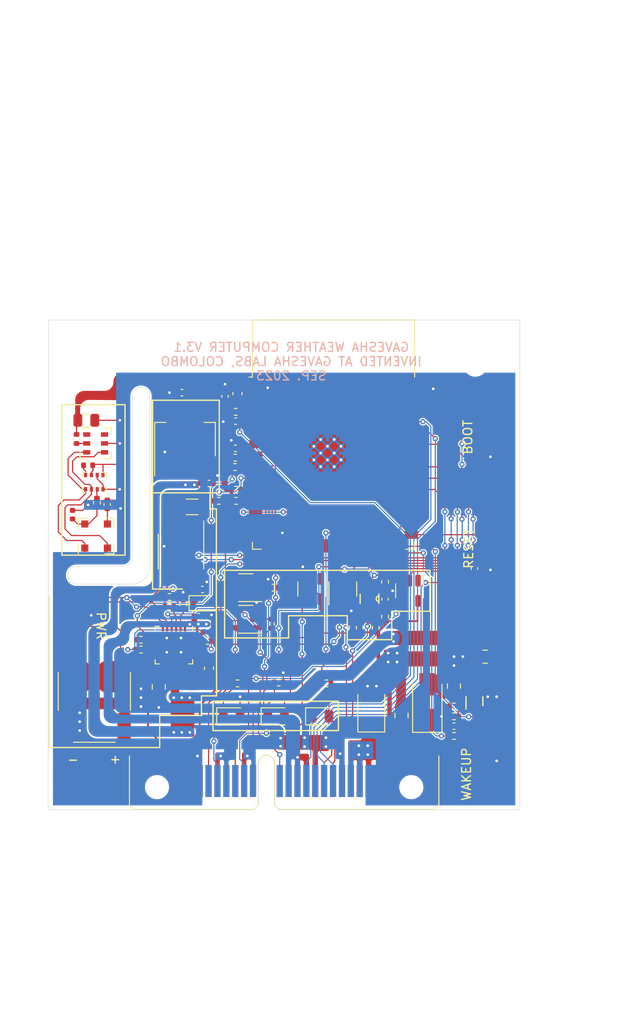
<source format=kicad_pcb>
(kicad_pcb (version 20211014) (generator pcbnew)
  (layers (0 "F.Cu" signal) (31 "B.Cu" signal) (34 "B.Paste" user) (35 "F.Paste" user) (36 "B.SilkS" user "B.Silkscreen") (37 "F.SilkS" user "F.Silkscreen") (38 "B.Mask" user) (39 "F.Mask" user) (44 "Edge.Cuts" user))
  (net 0 "")
  (net 1 "GND")
  (net 2 "VBUS")
  (net 3 "Net-(C6-Pad1)")
  (net 4 "+5V")
  (net 5 "/~{ESP23_EN}")
  (net 6 "/GBUS.DETECT")
  (net 7 "/ESP_RXD0")
  (net 8 "/ESP_TXDO")
  (net 9 "/I2C_SDA")
  (net 10 "/I2C_SCL")
  (net 11 "Net-(C4-Pad1)")
  (net 12 "/VOUT")
  (net 13 "+3V0")
  (net 14 "Net-(C14-Pad1)")
  (net 15 "/Bus/~{GBUS_5V_RESET}")
  (net 16 "/Bus/GBUS_5V_SCLK")
  (net 17 "/Bus/GBUS_5V_MISO")
  (net 18 "/Bus/GBUS_5V_SCL")
  (net 19 "/Bus/GBUS_5V_SDA")
  (net 20 "Net-(C20-Pad1)")
  (net 21 "Net-(C25-Pad1)")
  (net 22 "Net-(D5-Pad1)")
  (net 24 "/Bus/~{GBUS_5V_INT}")
  (net 25 "/Bus/GBUS_5V_MOSI")
  (net 26 "/ESP32_IO0")
  (net 27 "/~{RTC_INT}")
  (net 30 "/GBUS.~{RESET}")
  (net 31 "/GBUS.~{INT}")
  (net 32 "/GBUS.CLK")
  (net 33 "/GBUS.MISO")
  (net 34 "/GBUS.SCL")
  (net 35 "/GBUS.SDA")
  (net 36 "/GBUS.MOSI")
  (net 39 "Net-(U7-Pad1)")
  (net 40 "Net-(U7-Pad2)")
  (net 50 "Net-(R3-Pad1)")
  (net 51 "Net-(R5-Pad2)")
  (net 52 "Net-(R10-Pad2)")
  (net 53 "Net-(R13-Pad2)")
  (net 54 "Net-(R21-Pad2)")
  (net 55 "/~{BMS_INT}")
  (net 56 "/SYS_BUTTON")
  (net 59 "Net-(C6-Pad2)")
  (net 60 "Net-(C5-Pad1)")
  (net 63 "Net-(L2-Pad2)")
  (net 74 "/SYS LED")
  (net 75 "/BOOSTER_EN")
  (net 78 "+BATT")
  (net 79 "Net-(R12-Pad2)")
  (net 80 "Net-(SW4-Pad2)")
  (net 82 "Net-(C18-Pad1)")
  (net 83 "Net-(R25-Pad2)")
  (net 84 "Net-(D1-Pad1)")
  (net 85 "Net-(D2-Pad2)")
  (net 86 "Net-(R1-Pad1)")
  (footprint "Capacitor_SMD:C_0402_1005Metric" (layer "F.Cu") (at 42.05 33.35 180)
    (fp_text reference "C8" hide)
    (fp_text value "1nF")
  )
  (footprint "Resistor_SMD:R_0402_1005Metric" (layer "F.Cu") (at 34.6 53.1)
    (fp_text reference "R25" hide)
    (fp_text value "10k")
  )
  (footprint "Resistor_SMD:R_0402_1005Metric" (layer "F.Cu") (at 40.15 42.3 180)
    (fp_text reference "R11" hide)
    (fp_text value "10k")
  )
  (footprint "Connector_JST:JST_PH_S2B-PH-SM4-TB_1x02-1MP_P2.00mm_Horizontal" (layer "F.Cu") (at 26.15 64.9)
    (fp_text reference "J1" hide)
    (fp_text value "Conn_01x02")
  )
  (footprint "Capacitor_SMD:C_0603_1608Metric" (layer "F.Cu") (at 42.25 30.25 -90)
    (fp_text reference "C11" hide)
    (fp_text value "22uF")
  )
  (footprint "Crystal:Crystal_SMD_3215-2Pin_3.2x1.5mm" (layer "F.Cu") (at 37.145 42.975 180)
    (fp_text reference "Y1" hide)
    (fp_text value "32.768kHz")
  )
  (footprint "Resistor_SMD:R_0402_1005Metric" (layer "F.Cu") (at 36.15 53.925 -90)
    (fp_text reference "R26" hide)
    (fp_text value "10k")
  )
  (footprint "Resistor_SMD:R_0402_1005Metric" (layer "F.Cu") (at 25.45 38.3 180)
    (fp_text reference "R12" hide)
    (fp_text value "10k")
  )
  (footprint "Package_TO_SOT_SMD:SOT-23-5" (layer "F.Cu") (at 43.1875 52.05 180)
    (fp_text reference "U13" hide)
    (fp_text value "SN74LV1T34DVBR")
  )
  (footprint "Capacitor_SMD:C_0402_1005Metric" (layer "F.Cu") (at 58.85 53.35 90)
    (fp_text reference "C20" hide)
    (fp_text value "100nF")
  )
  (footprint "Sunlord:WPN252010U" (layer "F.Cu") (at 69.9 62.1 180)
    (fp_text reference "L2" hide)
    (fp_text value "1uH")
  )
  (footprint "Resistor_SMD:R_0402_1005Metric" (layer "F.Cu") (at 31.39 57.9)
    (fp_text reference "R22" hide)
    (fp_text value "10k")
  )
  (footprint "Sunlord:WPN252010U" (layer "F.Cu") (at 36.2 62.55 180)
    (fp_text reference "L1" hide)
    (fp_text value "1uH")
  )
  (footprint "Resistor_SMD:R_0402_1005Metric" (layer "F.Cu") (at 42.1 42.3 180)
    (fp_text reference "R9" hide)
    (fp_text value "10k")
  )
  (footprint "Capacitor_Tantalum_SMD:CP_EIA-3528-12_Kemet-T" (layer "F.Cu") (at 57.3 65.8 90)
    (fp_text reference "C23" hide)
    (fp_text value "100uF")
  )
  (footprint "Package_DFN_QFN:Texas_S-PWQFN-N24_EP2.7x2.7mm_ThermalVias" (layer "F.Cu") (at 35.1 58.5 -90)
    (fp_text reference "U1" hide)
    (fp_text value "BQ25601")
  )
  (footprint "Texas_Instruments:DRL0006A" (layer "F.Cu") (at 68.9 64.8 90)
    (fp_text reference "U3" hide)
    (fp_text value "TPS61023DRL" hide)
  )
  (footprint "Dongguan UMAX:3126-XXXX" (layer "F.Cu") (at 45.5 76.96095 180)
    (fp_text reference "J3" hide)
    (fp_text value "3126-10200D")
  )
  (footprint "Resistor_SMD:R_0402_1005Metric" (layer "F.Cu") (at 31.4 59)
    (fp_text reference "R21" hide)
    (fp_text value "10k")
  )
  (footprint "Capacitor_SMD:C_0402_1005Metric" (layer "F.Cu") (at 38.85 57.05)
    (fp_text reference "C5" hide)
    (fp_text value "10uF")
  )
  (footprint "Capacitor_SMD:C_0402_1005Metric" (layer "F.Cu") (at 68.9 49.9 -90)
    (fp_text reference "C2" hide)
    (fp_text value "100nF")
  )
  (footprint "Resistor_SMD:R_0402_1005Metric" (layer "F.Cu") (at 56 56.55 -90)
    (fp_text reference "R19" hide)
    (fp_text value "10k")
  )
  (footprint "Capacitor_SMD:C_0402_1005Metric" (layer "F.Cu") (at 66.6 67.6 180)
    (fp_text reference "C4" hide)
    (fp_text value "100nF")
  )
  (footprint "Capacitor_SMD:C_0402_1005Metric" (layer "F.Cu") (at 42.02 36.4 180)
    (fp_text reference "C21" hide)
    (fp_text value "100nF")
  )
  (footprint "Resistor_SMD:R_0402_1005Metric" (layer "F.Cu") (at 24.15 35.35 -90)
    (fp_text reference "R10" hide)
    (fp_text value "330R")
  )
  (footprint "Texas_Instruments:PCA9306DCUR" (layer "F.Cu") (at 57.1 53.3 -90)
    (fp_text reference "U9" hide)
    (fp_text value "PCA9306DCUR" hide)
  )
  (footprint "ASAIR Sensors:AGS10" (layer "F.Cu") (at 26.35 46.25 90)
    (fp_text reference "U5" hide)
    (fp_text value "AGS10")
  )
  (footprint "Resistor_SMD:R_0402_1005Metric" (layer "F.Cu") (at 46 56.1 -90)
    (fp_text reference "R15" hide)
    (fp_text value "10k")
  )
  (footprint "Capacitor_SMD:C_0805_2012Metric" (layer "F.Cu") (at 70.1 59.8 180)
    (fp_text reference "C9" hide)
    (fp_text value "10uF")
  )
  (footprint "LED_SMD:LED_0805_2012Metric" (layer "F.Cu") (at 46.6 66.5)
    (fp_text reference "D5" hide)
    (fp_text value "LED")
  )
  (footprint "MountingHole:MountingHole_2.2mm_M2" (layer "F.Cu") (at 26 27)
    (fp_text reference "H1" hide)
    (fp_text value "MountingHole")
  )
  (footprint "Resistor_SMD:R_0402_1005Metric" (layer "F.Cu") (at 66.6 68.7 180)
    (fp_text reference "R24" hide)
    (fp_text value "3.6k")
  )
  (footprint "ALPS Electronics:SKRTLB" (layer "F.Cu") (at 23.4 56.4 -90)
    (fp_text reference "SW4" hide)
    (fp_text value "SW_Push")
  )
  (footprint "Capacitor_SMD:C_0603_1608Metric" (layer "F.Cu") (at 39.05 61.1 90)
    (fp_text reference "C6" hide)
    (fp_text value "47nF")
  )
  (footprint "Capacitor_SMD:C_0805_2012Metric" (layer "F.Cu") (at 33.4 63.2 -90)
    (fp_text reference "C7" hide)
    (fp_text value "10uF")
  )
  (footprint "Capacitor_SMD:C_0402_1005Metric" (layer "F.Cu") (at 40.85 30.57 -90)
    (fp_text reference "C12" hide)
    (fp_text value "0.1uF")
  )
  (footprint "Resistor_SMD:R_0402_1005Metric" (layer "F.Cu") (at 66.6 65.4)
    (fp_text reference "R5" hide)
    (fp_text value "510k")
  )
  (footprint "MountingHole:MountingHole_2.2mm_M2" (layer "F.Cu") (at 69 27)
    (fp_text reference "H2" hide)
    (fp_text value "MountingHole")
  )
  (footprint "LED_SMD:LED_0805_2012Metric" (layer "F.Cu") (at 51.6 66.5)
    (fp_text reference "D2" hide)
    (fp_text value "LED")
  )
  (footprint "Diode_SMD:D_SMA" (layer "F.Cu") (at 63.6 64.9 90)
    (fp_text reference "D4" hide)
    (fp_text value "SS54")
  )
  (footprint "Resistor_SMD:R_0402_1005Metric" (layer "F.Cu") (at 46.9 62.7 180)
    (fp_text reference "R7" hide)
    (fp_text value "330R")
  )
  (footprint "Resistor_SMD:R_0402_1005Metric" (layer "F.Cu") (at 58.85 51.39 90)
    (fp_text reference "R14" hide)
    (fp_text value "450k")
  )
  (footprint "Diode_SMD:D_SOD-323" (layer "F.Cu") (at 38.3 53.8)
    (fp_text reference "D3" hide)
    (fp_text value "SS54")
  )
  (footprint "Package_SO:SOIC-8_3.9x4.9mm_P1.27mm" (layer "F.Cu") (at 35.895 48 -90)
    (fp_text reference "U7" hide)
    (fp_text value "PCF8563T")
  )
  (footprint "Package_LGA:Bosch_LGA-8_2x2.5mm_P0.65mm_ClockwisePinNumbering" (layer "F.Cu") (at 26.15 40.2 180)
    (fp_text reference "U8" hide)
    (fp_text value "BMP280")
  )
  (footprint "ALPS Electronics:SKRTLB" (layer "F.Cu") (at 71.6 47.95 90)
    (fp_text reference "SW1" hide)
    (fp_text value "SW_Push")
  )
  (footprint "Capacitor_SMD:C_0402_1005Metric" (layer "F.Cu") (at 38.85 58.05)
    (fp_text reference "C25" hide)
    (fp_text value "4.7uF")
  )
  (footprint "Package_TO_SOT_SMD:SOT-23-5" (layer "F.Cu") (at 43.1875 55.6 180)
    (fp_text reference "U14" hide)
    (fp_text value "SN74LV1T34DVBR")
  )
  (footprint "Package_TO_SOT_SMD:SOT-23-5" (layer "F.Cu") (at 50.6 52.2 -90)
    (fp_text reference "U10" hide)
    (fp_text value "SN74LV1T34DVBR")
  )
  (footprint "Capacitor_SMD:C_0402_1005Metric" (layer "F.Cu") (at 36 30.15 180)
    (fp_text reference "C13" hide)
    (fp_text value "1uF")
  )
  (footprint "Resistor_SMD:R_0402_1005Metric" (layer "F.Cu") (at 58.85 55.3 -90)
    (fp_text reference "R16" hide)
    (fp_text value "200k")
  )
  (footprint "Resistor_SMD:R_0402_1005Metric" (layer "F.Cu") (at 52.25 62.8 180)
    (fp_text reference "R2" hide)
    (fp_text value "330R")
  )
  (footprint "Resistor_SMD:R_0402_1005Metric" (layer "F.Cu") (at 42.25 62.8 180)
    (fp_text reference "R1" hide)
    (fp_text value "330")
  )
  (footprint "Capacitor_SMD:C_0805_2012Metric" (layer "F.Cu") (at 25.25 33.25)
    (fp_text reference "C17" hide)
    (fp_text value "10uF")
  )
  (footprint "ALPS Electronics:SKRTLB" (layer "F.Cu") (at 71.6 69.3 90)
    (fp_text reference "SW3" hide)
    (fp_text value "SW_Push")
  )
  (footprint "Capacitor_SMD:C_0402_1005Metric" (layer "F.Cu") (at 39.05 40.35)
    (fp_text reference "C10" hide)
    (fp_text value "1uF")
  )
  (footprint "ALPS Electronics:SKRTLB" (layer "F.Cu") (at 71.6 35.25 90)
    (fp_text reference "SW2" hide)
    (fp_text value "SW_Push")
  )
  (footprint "Resistor_SMD:R_0402_1005Metric" (layer "F.Cu") (at 34.59 54.2 180)
    (fp_text reference "R3" hide)
    (fp_text value "10k")
  )
  (footprint "Capacitor_SMD:C_0402_1005Metric" (layer "F.Cu") (at 38.31 52.26)
    (fp_text reference "C18" hide)
    (fp_text value "100nF")
  )
  (footprint "Package_TO_SOT_SMD:SOT-223" (layer "F.Cu") (at 36.35 35.4 90)
    (fp_text reference "U4" hide)
    (fp_text value "TLV1117LV30DCYR")
  )
  (footprint "Resistor_SMD:R_0402_1005Metric" (layer "F.Cu") (at 42.1 41.05 180)
    (fp_text reference "R8" hide)
    (fp_text value "10k")
  )
  (footprint "Resistor_SMD:R_0402_1005Metric" (layer "F.Cu") (at 57.8 56.55 -90)
    (fp_text reference "R17" hide)
    (fp_text value "10k")
  )
  (footprint "Capacitor_SMD:C_0402_1005Metric" (layer "F.Cu") (at 27.6 42.7 -90)
    (fp_text reference "C16" hide)
    (fp_text value "100nF")
  )
  (footprint "Resistor_SMD:R_0402_1005Metric" (layer "F.Cu") (at 66.6 66.5 180)
    (fp_text reference "R6" hide)
    (fp_text value "68k")
  )
  (footprint "ASAIR Sensors:AHT20" (layer "F.Cu") (at 26.3 35.85)
    (fp_text reference "U6" hide)
    (fp_text value "AHT20")
  )
  (footprint "LED_SMD:LED_0805_2012Metric" (layer "F.Cu") (at 41.6 66.5)
    (fp_text reference "D1" hide)
    (fp_text value "LED")
  )
  (footprint "Capacitor_SMD:C_0805_2012Metric" (layer "F.Cu") (at 60.7 66.4 90)
    (fp_text reference "C15" hide)
    (fp_text value "10uF")
  )
  (footprint "Resistor_SMD:R_0402_1005Metric" (layer "F.Cu") (at 41.99 37.45 180)
    (fp_text reference "R18" hide)
    (fp_text value "10k")
  )
  (footprint "Resistor_SMD:R_0402_1005Metric" (layer "F.Cu") (at 41.97 38.5 180)
    (fp_text reference "R23" hide)
    (fp_text value "10k")
  )
  (footprint "Capacitor_SMD:C_0805_2012Metric" (layer "F.Cu") (at 66.6 63.1 90)
    (fp_text reference "C14" hide)
    (fp_text value "10uF")
  )
  (footprint "Capacitor_SMD:C_0402_1005Metric" (layer "F.Cu") (at 23.7 43.85 90)
    (fp_text reference "C19" hide)
    (fp_text value "100nF")
  )
  (footprint "Resistor_SMD:R_0402_1005Metric" (layer "F.Cu") (at 42.05 32.3)
    (fp_text reference "R4" hide)
    (fp_text value "10k")
  )
  (footprint "Package_TO_SOT_SMD:SOT-23-5" (layer "F.Cu") (at 54.1 52.2 90)
    (fp_text reference "U12" hide)
    (fp_text value "SN74LV1T34DVBR")
  )
  (footprint "RF_Module:ESP32-WROOM-32" (layer "F.Cu") (at 53.05 37.845)
    (fp_text reference "U2" hide)
    (fp_text value "ESP32-WROOM-32D")
  )
  (footprint "Resistor_SMD:R_0402_1005Metric" (layer "F.Cu") (at 26.445 42.515 90)
    (fp_text reference "R13" hide)
    (fp_text value "10k")
  )
  (footprint "Resistor_SMD:R_0402_1005Metric" (layer "F.Cu") (at 46.2875 52.05)
    (fp_text reference "R20" hide)
    (fp_text value "10k")
  )
  (footprint "Capacitor_SMD:C_0402_1005Metric" (layer "F.Cu") (at 37.9 55.3)
    (fp_text reference "C1" hide)
    (fp_text value "1uF")
  )
  (footprint "Package_TO_SOT_SMD:SOT-23-5" (layer "F.Cu") (at 61.6 52.4 -90)
    (fp_text reference "U11" hide)
    (fp_text value "SN74LV1T34DVBR")
  )
  (gr_line (start 32.7 52.2) (end 32.7 41.4) (layer "F.SilkS") (width 0.1524))
  (gr_line (start 54.6 55.2) (end 48 55.2) (layer "F.SilkS") (width 0.1524))
  (gr_line (start 33.5 70) (end 33.5 66.4) (layer "F.SilkS") (width 0.1524))
  (gr_line (start 39.9 64.2) (end 39.875 54.7) (layer "F.SilkS") (width 0.1524))
  (gr_rect (start 22.5 31.5) (end 29.6 48.4) (layer "F.SilkS") (width 0.1524) (fill none))
  (gr_line (start 63.9 50.1) (end 63.9 54.7) (layer "F.SilkS") (width 0.1524))
  (gr_line (start 39.875 43.2) (end 39.15 43.2) (layer "F.SilkS") (width 0.1524))
  (gr_line (start 59.59 57.89) (end 54.6 57.9) (layer "F.SilkS") (width 0.1524))
  (gr_line (start 21.0875 52.95) (end 21.075 70) (layer "F.SilkS") (width 0.1524))
  (gr_line (start 38.2 66.4) (end 38.2 64.2) (layer "F.SilkS") (width 0.1524))
  (gr_line (start 40.8 57.7) (end 40.8 50.1) (layer "F.SilkS") (width 0.1524))
  (gr_line (start 48 57.7) (end 40.8 57.7) (layer "F.SilkS") (width 0.1524))
  (gr_line (start 32.7 41.4) (end 40.2 41.4) (layer "F.SilkS") (width 0.1524))
  (gr_line (start 48 55.2) (end 48 57.7) (layer "F.SilkS") (width 0.1524))
  (gr_line (start 54.6 57.9) (end 54.6 55.2) (layer "F.SilkS") (width 0.1524))
  (gr_line (start 21.075 70) (end 33.5 70) (layer "F.SilkS") (width 0.1524))
  (gr_rect (start 39.5 64.8) (end 53.6 68.1) (layer "F.SilkS") (width 0.1524) (fill none))
  (gr_line (start 59.6 54.7) (end 59.6 57.87) (layer "F.SilkS") (width 0.1524))
  (gr_line (start 38.2 64.2) (end 39.9 64.2) (layer "F.SilkS") (width 0.1524))
  (gr_line (start 39.875 54.63) (end 36.84 54.63) (layer "F.SilkS") (width 0.1524))
  (gr_line (start 40.8 50.1) (end 63.9 50.1) (layer "F.SilkS") (width 0.1524))
  (gr_line (start 39.875 43.2) (end 39.875 54.7) (layer "F.SilkS") (width 0.1524))
  (gr_line (start 39.15 43.2) (end 39.15 41.4) (layer "F.SilkS") (width 0.1524))
  (gr_line (start 40.2 31) (end 32.7 31) (layer "F.SilkS") (width 0.1524))
  (gr_line (start 40.2 41.4) (end 40.2 31) (layer "F.SilkS") (width 0.1524))
  (gr_line (start 32.7 31) (end 32.7 41.4) (layer "F.SilkS") (width 0.1524))
  (gr_line (start 63.9 54.7) (end 59.6 54.7) (layer "F.SilkS") (width 0.1524))
  (gr_line (start 33.5 66.4) (end 38.2 66.4) (layer "F.SilkS") (width 0.1524))
  (gr_line (start 36.05 52.2) (end 32.7 52.2) (layer "F.SilkS") (width 0.1524))
  (gr_line (start 20.95 77) (end 44.1 77) (layer "Edge.Cuts") (width 0.05))
  (gr_line (start 44.1 77) (end 44.6 76.5) (layer "Edge.Cuts") (width 0.05))
  (gr_arc locked (start 24.10245 51.648775) (mid 23.151225 50.648775) (end 24.10245 49.648775) (layer "Edge.Cuts") (width 0.05))
  (gr_arc (start 30.4 30.5) (mid 31.4 29.548768) (end 32.4 30.5) (layer "Edge.Cuts") (width 0.05))
  (gr_arc (start 44.6 71.8) (mid 45.5 70.9) (end 46.4 71.8) (layer "Edge.Cuts") (width 0.05))
  (gr_line (start 74 77) (end 74 22) (layer "Edge.Cuts") (width 0.05))
  (gr_line (start 32.4 30.5) (end 32.4 49.648775) (layer "Edge.Cuts") (width 0.05))
  (gr_line (start 44.6 76.5) (end 44.6 71.8) (layer "Edge.Cuts") (width 0.05))
  (gr_line (start 30.4 48.75) (end 30.4 30.5) (layer "Edge.Cuts") (width 0.05))
  (gr_arc (start 30.4 48.75) (mid 30.0224 49.410386) (end 29.3 49.648775) (layer "Edge.Cuts") (width 0.05))
  (gr_line (start 21 22) (end 20.95 77) (layer "Edge.Cuts") (width 0.05))
  (gr_line (start 74 22) (end 21 22) (layer "Edge.Cuts") (width 0.05))
  (gr_arc (start 32.4 49.648775) (mid 31.76421 51.083696) (end 30.3 51.648775) (layer "Edge.Cuts") (width 0.05))
  (gr_line (start 24.10245 51.648775) (end 30.3 51.648775) (layer "Edge.Cuts") (width 0.05))
  (gr_line (start 46.4 76.5) (end 46.9 77) (layer "Edge.Cuts") (width 0.05))
  (gr_line (start 46.9 77) (end 74 77) (layer "Edge.Cuts") (width 0.05))
  (gr_line (start 24.10245 49.648775) (end 29.3 49.648775) (layer "Edge.Cuts") (width 0.05))
  (gr_line (start 46.4 71.8) (end 46.4 76.5) (layer "Edge.Cuts") (width 0.05))
  (gr_text "GAVESHA WEATHER COMPUTER V3.1\nINVENTED AT GAVESHA LABS, COLOMBO\nSEP. 2023" (at 48.3 26.65) (layer "B.SilkS") (effects (font (size 1 1) (thickness 0.1524)) (justify mirror)))
  (gr_text "+" (at 28.5 71.3) (layer "F.SilkS") (effects (font (size 1 1) (thickness 0.1524))))
  (gr_text "PWR" (at 26.9 56.35 270) (layer "F.SilkS") (effects (font (size 1 1) (thickness 0.1524))))
  (gr_text "RESET" (at 68.25 47.65 90) (layer "F.SilkS") (effects (font (size 1 1) (thickness 0.1524))))
  (gr_text "WAKEUP" (at 68 73 90) (layer "F.SilkS") (effects (font (size 1 1) (thickness 0.1524))))
  (gr_text "-" (at 23.75 71.35) (layer "F.SilkS") (effects (font (size 1 1) (thickness 0.1524))))
  (gr_text "BOOT" (at 68.15 35.15 90) (layer "F.SilkS") (effects (font (size 1 1) (thickness 0.1524))))
  (segment (start 33.4 64.15) (end 33.4 65.5) (width 0.127) (layer "F.Cu") (net 1))
  (segment (start 27.62 44.9) (end 27.62 43.2) (width 0.127) (layer "F.Cu") (net 1))
  (segment (start 41.975 29.2) (end 40.85 29.2) (width 0.127) (layer "F.Cu") (net 1))
  (segment (start 34.05 38.55) (end 34.05 36.836809) (width 0.254) (layer "F.Cu") (net 1))
  (segment (start 33.99 47.39) (end 34 47.4) (width 0.127) (layer "F.Cu") (net 1))
  (segment (start 38.99 55.11) (end 39.33 55.11) (width 0.127) (layer "F.Cu") (net 1))
  (segment (start 39.53 40.35) (end 39.53 39.92) (width 0.127) (layer "F.Cu") (net 1))
  (segment (start 29 41) (end 27.125 41) (width 0.127) (layer "F.Cu") (net 1))
  (segment (start 38.38 55.3) (end 38.8 55.3) (width 0.127) (layer "F.Cu") (net 1))
  (segment (start 44.325 53.8015) (end 44.4 53.7265) (width 0.127) (layer "F.Cu") (net 1))
  (segment (start 24.3 55.175) (end 25.775 55.175) (width 0.127) (layer "F.Cu") (net 1))
  (segment (start 58.85 51.9) (end 59.2 51.9) (width 0.2032) (layer "F.Cu") (net 1))
  (segment (start 44.325 54.65) (end 44.325 53.8015) (width 0.127) (layer "F.Cu") (net 1))
  (segment (start 41.54 35.51) (end 41.55 35.5) (width 0.127) (layer "F.Cu") (net 1))
  (segment (start 47.4 62.69) (end 47.41 62.7) (width 0.127) (layer "F.Cu") (net 1))
  (segment (start 40.85 30.09) (end 40.85 29.2) (width 0.127) (layer "F.Cu") (net 1))
  (segment (start 58.85 52.87) (end 58.85 52.4) (width 0.2032) (layer "F.Cu") (net 1))
  (segment (start 49.6 49.7) (end 49.65 49.75) (width 0.127) (layer "F.Cu") (net 1))
  (segment (start 45.595 29.595) (end 45.6 29.6) (width 0.127) (layer "F.Cu") (net 1))
  (segment (start 38.79 51.41) (end 38.8 51.4) (width 0.127) (layer "F.Cu") (net 1))
  (segment (start 38.8 55.3) (end 38.99 55.11) (width 0.127) (layer "F.Cu") (net 1))
  (segment (start 57.850001 51.9284) (end 58.8216 51.9284) (width 0.2032) (layer "F.Cu") (net 1))
  (segment (start 26.475 39.825) (end 27.125 40.475) (width 0.127) (layer "F.Cu") (net 1))
  (segment (start 70.7 36.475) (end 70.7 37.35) (width 0.127) (layer "F.Cu") (net 1))
  (segment (start 36.14 52.56) (end 36.15 52.57) (width 0.127) (layer "F.Cu") (net 1))
  (segment (start 41.54 36.4) (end 41.54 35.51) (width 0.127) (layer "F.Cu") (net 1))
  (segment (start 29.07 43.18) (end 27.6 43.18) (width 0.127) (layer "F.Cu") (net 1))
  (segment (start 45.6 29.6) (end 45.65 29.6) (width 0.127) (layer "F.Cu") (net 1))
  (segment (start 36.15 52.57) (end 36.15 53.415) (width 0.127) (layer "F.Cu") (net 1))
  (segment (start 32.25 58.25) (end 31.9 57.9) (width 0.127) (layer "F.Cu") (net 1))
  (segment (start 50.6625 67.0375) (end 50.6625 66.5) (width 0.127) (layer "F.Cu") (net 1))
  (segment (start 39.33 57.05) (end 39.33 55.11) (width 0.127) (layer "F.Cu") (net 1))
  (segment (start 27.62 43.2) (end 27.6 43.18) (width 0.127) (layer "F.Cu") (net 1))
  (segment (start 61.8 29.595) (end 64.139 29.595) (width 0.127) (layer "F.Cu") (net 1))
  (segment (start 66.09 66.5) (end 65.2 66.5) (width 0.127) (layer "F.Cu") (net 1))
  (segment (start 66.09 66.5) (end 66.09 67.57) (width 0.127) (layer "F.Cu") (net 1))
  (segment (start 64.139 29.595) (end 64.262 29.718) (width 0.127) (layer "F.Cu") (net 1))
  (segment (start 38.79 52.26) (end 38.79 51.41) (width 0.127) (layer "F.Cu") (net 1))
  (segment (start 55.05 53.3375) (end 55.05 54.65) (width 0.2032) (layer "F.Cu") (net 1))
  (segment (start 58.8216 51.9284) (end 58.85 51.9) (width 0.2032) (layer "F.Cu") (net 1))
  (segment (start 49.65 49.75) (end 49.65 51.0625) (width 0.127) (layer "F.Cu") (net 1))
  (segment (start 59.7 52.4) (end 58.85 52.4) (width 0.2032) (layer "F.Cu") (net 1))
  (segment (start 41.52 33.4) (end 40.65 33.4) (width 0.127) (layer "F.Cu") (net 1))
  (segment (start 27.125 40.475) (end 27.125 41) (width 0.127) (layer "F.Cu") (net 1))
  (segment (start 44.3 29.595) (end 45.595 29.595) (width 0.127) (layer "F.Cu") (net 1))
  (segment (start 26.475 39.4) (end 26.475 39.825) (width 0.127) (layer "F.Cu") (net 1))
  (segment (start 34.05 36.836809) (end 34.081804 36.805005) (width 0.254) (layer "F.Cu") (net 1))
  (segment (start 59.8375 51.2625) (end 60.65 51.2625) (width 0.2032) (layer "F.Cu") (net 1))
  (segment (start 49.8 67.9) (end 50.6625 67.0375) (width 0.127) (layer "F.Cu") (net 1))
  (segment (start 25.775 55.175) (end 25.8 55.15) (width 0.127) (layer "F.Cu") (net 1))
  (segment (start 70.37 50.38) (end 70.7 50.05) (width 0.127) (layer "F.Cu") (net 1))
  (segment (start 24.83 43.37) (end 23.7 43.37) (width 0.127) (layer "F.Cu") (net 1))
  (segment (start 39.53 39.92) (end 40 39.45) (width 0.127) (layer "F.Cu") (net 1))
  (segment (start 71.4 70.525) (end 71.4 71.5) (width 0.127) (layer "F.Cu") (net 1))
  (segment (start 47.4 61.6) (end 47.4 62.69) (width 0.127) (layer "F.Cu") (net 1))
  (segment (start 42.25 29.475) (end 41.975 29.2) (width 0.127) (layer "F.Cu") (net 1))
  (segment (start 49.8 68.9) (end 49.8 67.9) (width 0.127) (layer "F.Cu") (net 1))
  (segment (start 68.9 50.38) (end 70.37 50.38) (width 0.127) (layer "F.Cu") (net 1))
  (segment (start 59.2 51.9) (end 59.8375 51.2625) (width 0.2032) (layer "F.Cu") (net 1))
  (segment (start 33.1375 58.25) (end 32.25 58.25) (width 0.127) (layer "F.Cu") (net 1))
  (segment (start 29.1 43.15) (end 29.07 43.18) (width 0.127) (layer "F.Cu") (net 1))
  (segment (start 25.45 42.75) (end 24.83 43.37) (width 0.127) (layer "F.Cu") (net 1))
  (segment (start 47.34 45.94) (end 47.3 45.9) (width 0.127) (layer "F.Cu") (net 1))
  (segment (start 66.09 67.57) (end 66.12 67.6) (width 0.127) (layer "F.Cu") (net 1))
  (segment (start 58.85 52.4) (end 58.85 51.9) (width 0.2032) (layer "F.Cu") (net 1))
  (segment (start 47.34 47.355) (end 47.34 45.94) (width 0.127) (layer "F.Cu") (net 1))
  (segment (start 70.7 49.175) (end 70.7 50.05) (width 0.127) (layer "F.Cu") (net 1))
  (segment (start 26.2 33.25) (end 29.01 33.25) (width 0.127) (layer "F.Cu") (net 1))
  (segment (start 44.325 51.1) (end 45.7 51.1) (width 0.127) (layer "F.Cu") (net 1))
  (segment (start 27.3 35.85) (end 29.01 35.85) (width 0.127) (layer "F.Cu") (net 1))
  (segment (start 33.99 45.7) (end 33.99 47.39) (width 0.127) (layer "F.Cu") (net 1))
  (segment (start 35.52 30.15) (end 34.6 30.15) (width 0.127) (layer "F.Cu") (net 1))
  (via (at 60.2 59.4) (size 0.6) (drill 0.3) (layers "F.Cu" "B.Cu") (net 1))
  (via (at 34.6 30.15) (size 0.6) (drill 0.3) (layers "F.Cu" "B.Cu") (net 1))
  (via (at 71.4 71.5) (size 0.6) (drill 0.3) (layers "F.Cu" "B.Cu") (net 1))
  (via (at 53.8 70.7) (size 0.6) (drill 0.3) (layers "F.Cu" "B.Cu") (net 1))
  (via (at 40.85 29.2) (size 0.6) (drill 0.3) (layers "F.Cu" "B.Cu") (net 1))
  (via (at 49.8 68.9) (size 0.6) (drill 0.3) (layers "F.Cu" "B.Cu") (net 1))
  (via (at 67.6 59.8) (size 0.6) (drill 0.3) (layers "F.Cu" "B.Cu") (net 1))
  (via (at 41.55 35.5) (size 0.6) (drill 0.3) (layers "F.Cu" "B.Cu") (net 1))
  (via (at 40.35 70.95) (size 0.6) (drill 0.3) (layers "F.Cu" "B.Cu") (net 1))
  (via (at 34.081804 36.805005) (size 0.6) (drill 0.3) (layers "F.Cu" "B.Cu") (net 1))
  (via (at 56.881804 63.105005) (size 0.6) (drill 0.3) (layers "F.Cu" "B.Cu") (net 1))
  (via (at 59.7 52.4) (size 0.6) (drill 0.3) (layers "F.Cu" "B.Cu") (net 1))
  (via (at 24.5 67.1) (size 0.6) (drill 0.3) (layers "F.Cu" "B.Cu") (net 1))
  (via (at 55.05 54.65) (size 0.6) (drill 0.3) (layers "F.Cu" "B.Cu") (net 1))
  (via (at 34 47.4) (size 0.6) (drill 0.3) (layers "F.Cu" "B.Cu") (net 1))
  (via (at 66.6 60.8) (size 0.6) (drill 0.3) (layers "F.Cu" "B.Cu") (net 1))
  (via (at 31.4 63.4) (size 0.6) (drill 0.3) (layers "F.Cu" "B.Cu") (net 1))
  (via (at 29 41) (size 0.6) (drill 0.3) (layers "F.Cu" "B.Cu") (net 1))
  (via (at 52.2 68.9) (size 0.6) (drill 0.3) (layers "F.Cu" "B.Cu") (net 1))
  (via (at 52.2 69.9) (size 0.6) (drill 0.3) (layers "F.Cu" "B.Cu") (net 1))
  (via (at 29.01 33.25) (size 0.6) (drill 0.3) (layers "F.Cu" "B.Cu") (net 1))
  (via (at 60.2 60.4) (size 0.6) (drill 0.3) (layers "F.Cu" "B.Cu") (net 1))
  (via (at 33.4 65.5) (size 0.6) (drill 0.3) (layers "F.Cu" "B.Cu") (net 1))
  (via (at 70.4 64.3) (size 0.6) (drill 0.3) (layers "F.Cu" "B.Cu") (net 1))
  (via (at 40.65 33.4) (size 0.6) (drill 0.3) (layers "F.Cu" "B.Cu") (net 1))
  (via (at 24.5 68.1) (size 0.6) (drill 0.3) (layers "F.Cu" "B.Cu") (net 1))
  (via (at 44.4 53.7265) (size 0.6) (drill 0.3) (layers "F.Cu" "B.Cu") (net 1))
  (via (at 31.4 65.4) (size 0.6) (drill 0.3) (layers "F.Cu" "B.Cu") (net 1))
  (via (at 64.262 29.718) (size 0.6) (drill 0.3) (layers "F.Cu" "B.Cu") (net 1))
  (via (at 25.45 42.75) (size 0.6) (drill 0.3) (layers "F.Cu" "B.Cu") (net 1))
  (via (at 29.1 43.15) (size 0.6) (drill 0.3) (layers "F.Cu" "B.Cu") (net 1))
  (via (at 47.4 61.6) (size 0.6) (drill 0.3) (layers "F.Cu" "B.Cu") (net 1))
  (via (at 70.7 37.35) (size 0.6) (drill 0.3) (layers "F.Cu" "B.Cu") (net 1))
  (via (at 39.33 55.11) (size 0.6) (drill 0.3) (layers "F.Cu" "B.Cu") (net 1))
  (via (at 45.65 29.6) (size 0.6) (drill 0.3) (layers "F.Cu" "B.Cu") (net 1))
  (via (at 24.5 66.1) (size 0.6) (drill 0.3) (layers "F.Cu" "B.Cu") (net 1))
  (via (at 45.7 51.1) (size 0.6) (drill 0.3) (layers "F.Cu" "B.Cu") (net 1))
  (via (at 65.2 66.5) (size 0.6) (drill 0.3) (layers "F.Cu" "B.Cu") (net 1))
  (via (at 71.4 64.3) (size 0.6) (drill 0.3) (layers "F.Cu" "B.Cu") (net 1))
  (via (at 25.8 55.15) (size 0.6) (drill 0.3) (layers "F.Cu" "B.Cu") (net 1))
  (via (at 31.4 64.4) (size 0.6) (drill 0.3) (layers "F.Cu" "B.Cu") (net 1))
  (via (at 37.75 70.95) (size 0.6) (drill 0.3) (layers "F.Cu" "B.Cu") (net 1))
  (via (at 59.2 59.4) (size 0.6) (drill 0.3) (layers "F.Cu" "B.Cu") (net 1))
  (via (at 57.881804 63.105005) (size 0.6) (drill 0.3) (layers "F.Cu" "B.Cu") (net 1))
  (via (at 38.8 51.4) (size 0.6) (drill 0.3) (layers "F.Cu" "B.Cu") (net 1))
  (via (at 47.1 69.85) (size 0.6) (drill 0.3) (layers "F.Cu" "B.Cu") (net 1))
  (via (at 66.6 59.8) (size 0.6) (drill 0.3) (layers "F.Cu" "B.Cu") (net 1))
  (via (at 47.1 68.95) (size 0.6) (drill 0.3) (layers "F.Cu" "B.Cu") (net 1))
  (via (at 70.7 50.05) (size 0.6) (drill 0.3) (layers "F.Cu" "B.Cu") (net 1))
  (via (at 36.14 52.56) (size 0.6) (drill 0.3) (layers "F.Cu" "B.Cu") (net 1))
  (via (at 43.35 70.95) (size 0.6) (drill 0.3) (layers "F.Cu" "B.Cu") (net 1))
  (via (at 47.3 45.9) (size 0.6) (drill 0.3) (layers "F.Cu" "B.Cu") (net 1))
  (via (at 59.2 60.4) (size 0.6) (drill 0.3) (layers "F.Cu" "B.Cu") (net 1))
  (via (at 29.01 35.85) (size 0.6) (drill 0.3) (layers "F.Cu" "B.Cu") (net 1))
  (via (at 49.8 69.9) (size 0.6) (drill 0.3) (layers "F.Cu" "B.Cu") (net 1))
  (via (at 40 39.45) (size 0.6) (drill 0.3) (layers "F.Cu" "B.Cu") (net 1))
  (via (at 49.6 49.7) (size 0.6) (drill 0.3) (layers "F.Cu" "B.Cu") (net 1))
  (via (at 38.75 56.15) (size 0.6) (drill 0.3) (layers "F.Cu" "B.Cu") (net 2))
  (via (at 36.875 56.175) (size 0.6) (drill 0.3) (layers "F.Cu" "B.Cu") (net 2))
  (via (at 49 71.1) (size 0.6) (drill 0.3) (layers "F.Cu" "B.Cu") (net 2))
  (via (at 37.85 56.15) (size 0.6) (drill 0.3) (layers "F.Cu" "B.Cu") (net 2))
  (segment (start 46.85 57.65) (end 51.05 57.65) (width 0.127) (layer "F.Cu") (net 4))
  (segment (start 55.04 57.06) (end 56 57.06) (width 0.127) (layer "F.Cu") (net 4))
  (segment (start 62.5 53.4875) (end 62.5 55.81) (width 0.2032) (layer "F.Cu") (net 4))
  (segment (start 54.95 57.15) (end 55.04 57.06) (width 0.127) (layer "F.Cu") (net 4))
  (segment (start 50.6 52.05) (end 51.55 53) (width 0.127) (layer "F.Cu") (net 4))
  (segment (start 42.9 57.65) (end 46.85 57.65) (width 0.127) (layer "F.Cu") (net 4))
  (segment (start 51.55 53) (end 51.55 53.3375) (width 0.127) (layer "F.Cu") (net 4))
  (segment (start 51.05 57.65) (end 51.55 57.15) (width 0.127) (layer "F.Cu") (net 4))
  (segment (start 51.55 57.15) (end 51.55 53.3375) (width 0.127) (layer "F.Cu") (net 4))
  (segment (start 51.55 57.15) (end 54.95 57.15) (width 0.127) (layer "F.Cu") (net 4))
  (segment (start 58.85 55.81) (end 58.85 56.25) (width 0.2032) (layer "F.Cu") (net 4))
  (segment (start 62.5 55.81) (end 58.85 55.81) (width 0.2032) (layer "F.Cu") (net 4))
  (segment (start 58.85 56.25) (end 58.04 57.06) (width 0.2032) (layer "F.Cu") (net 4))
  (segment (start 42.05 56.8) (end 42.9 57.65) (width 0.127) (layer "F.Cu") (net 4))
  (segment (start 58.04 57.06) (end 56 57.06) (width 0.2032) (layer "F.Cu") (net 4))
  (segment (start 42.05 56.55) (end 42.05 56.8) (width 0.127) (layer "F.Cu") (net 4))
  (segment (start 46.7975 52.05) (end 50.6 52.05) (width 0.127) (layer "F.Cu") (net 4))
  (via (at 56.9 69.8) (size 0.6) (drill 0.3) (layers "F.Cu" "B.Cu") (net 4))
  (via (at 55.9 69.8) (size 0.6) (drill 0.3) (layers "F.Cu" "B.Cu") (net 4))
  (via (at 56.9 70.8) (size 0.6) (drill 0.3) (layers "F.Cu" "B.Cu") (net 4))
  (via (at 55.9 70.8) (size 0.6) (drill 0.3) (layers "F.Cu" "B.Cu") (net 4))
  (segment (start 43.138 32.3) (end 42.51 32.3) (width 0.127) (layer "F.Cu") (net 5))
  (segment (start 42.48 33.4) (end 42.48 32.33) (width 0.127) (layer "F.Cu") (net 5))
  (segment (start 43.303 32.135) (end 43.138 32.3) (width 0.127) (layer "F.Cu") (net 5))
  (segment (start 69.1 30.746) (end 69.1 34.048) (width 0.127) (layer "F.Cu") (net 5))
  (segment (start 66.802 28.448) (end 69.1 30.746) (width 0.127) (layer "F.Cu") (net 5))
  (segment (start 56.511 32.135) (end 60.198 28.448) (width 0.127) (layer "F.Cu") (net 5))
  (segment (start 60.198 28.448) (end 66.802 28.448) (width 0.127) (layer "F.Cu") (net 5))
  (segment (start 69.1 34.048) (end 70.302 35.25) (width 0.127) (layer "F.Cu") (net 5))
  (segment (start 44.3 32.135) (end 43.303 32.135) (width 0.127) (layer "F.Cu") (net 5))
  (segment (start 42.48 32.33) (end 42.51 32.3) (width 0.127) (layer "F.Cu") (net 5))
  (segment (start 42.5 34.6) (end 42.5 33.42) (width 0.127) (layer "F.Cu") (net 5))
  (segment (start 44.3 32.135) (end 56.511 32.135) (width 0.127) (layer "F.Cu") (net 5))
  (segment (start 42.5 33.42) (end 42.48 33.4) (width 0.127) (layer "F.Cu") (net 5))
  (via (at 42.5 34.6) (size 0.6) (drill 0.3) (layers "F.Cu" "B.Cu") (net 5))
  (segment (start 50.45 42.5) (end 57.7 42.5) (width 0.127) (layer "B.Cu") (net 5))
  (segment (start 52.9 65.1) (end 50.5 67.5) (width 0.127) (layer "B.Cu") (net 5))
  (segment (start 58.5 65.1) (end 52.9 65.1) (width 0.127) (layer "B.Cu") (net 5))
  (segment (start 42.55 34.6) (end 50.45 42.5) (width 0.127) (layer "B.Cu") (net 5))
  (segment (start 61.7 46.5) (end 61.7 61.9) (width 0.127) (layer "B.Cu") (net 5))
  (segment (start 50.5 67.5) (end 50.5 71.1) (width 0.127) (layer "B.Cu") (net 5))
  (segment (start 42.5 34.6) (end 42.55 34.6) (width 0.127) (layer "B.Cu") (net 5))
  (segment (start 50.5 71.1) (end 50 71.6) (width 0.127) (layer "B.Cu") (net 5))
  (segment (start 57.7 42.5) (end 61.7 46.5) (width 0.127) (layer "B.Cu") (net 5))
  (segment (start 50 71.6) (end 50 73.76095) (width 0.127) (layer "B.Cu") (net 5))
  (segment (start 61.7 61.9) (end 58.5 65.1) (width 0.127) (layer "B.Cu") (net 5))
  (segment (start 43.35 37.2) (end 43.365 37.215) (width 0.127) (layer "F.Cu") (net 6))
  (segment (start 45.165 37.215) (end 44.3 37.215) (width 0.127) (layer "F.Cu") (net 6))
  (segment (start 42.5 49.39) (end 44.56 49.39) (width 0.127) (layer "F.Cu") (net 6))
  (segment (start 39 65) (end 39 73.76095) (width 0.127) (layer "F.Cu") (net 6))
  (segment (start 42.53 37.42) (end 42.5 37.45) (width 0.127) (layer "F.Cu") (net 6))
  (segment (start 43.1 37.45) (end 43.35 37.2) (width 0.127) (layer "F.Cu") (net 6))
  (segment (start 40.3719 50.9) (end 40.3719 63.6281) (width 0.127) (layer "F.Cu") (net 6))
  (segment (start 40.3719 63.6281) (end 39 65) (width 0.127) (layer "F.Cu") (net 6))
  (segment (start 42.5 37.45) (end 43.1 37.45) (width 0.127) (layer "F.Cu") (net 6))
  (segment (start 44.56 49.39) (end 46.15 47.8) (width 0.127) (layer "F.Cu") (net 6))
  (segment (start 42.53 36.45) (end 42.53 37.42) (width 0.127) (layer "F.Cu") (net 6))
  (segment (start 46.15 38.2) (end 45.165 37.215) (width 0.127) (layer "F.Cu") (net 6))
  (segment (start 43.365 37.215) (end 44.3 37.215) (width 0.127) (layer "F.Cu") (net 6))
  (segment (start 46.15 47.8) (end 46.15 38.2) (width 0.127) (layer "F.Cu") (net 6))
  (via (at 40.3719 50.9) (size 0.6) (drill 0.3) (layers "F.Cu" "B.Cu") (net 6))
  (via (at 42.5 49.39) (size 0.6) (drill 0.3) (layers "F.Cu" "B.Cu") (net 6))
  (segment (start 40.3719 50.9) (end 40.3719 50.1781) (width 0.127) (layer "B.Cu") (net 6))
  (segment (start 40.3719 50.1781) (end 41.16 49.39) (width 0.127) (layer "B.Cu") (net 6))
  (segment (start 41.16 49.39) (end 42.5 49.39) (width 0.127) (layer "B.Cu") (net 6))
  (segment (start 63.865 34.675) (end 61.8 34.675) (width 0.127) (layer "F.Cu") (net 7))
  (segment (start 64.49 35.3) (end 63.865 34.675) (width 0.127) (layer "F.Cu") (net 7))
  (via (at 64.49 35.3) (size 0.6) (drill 0.3) (layers "F.Cu" "B.Cu") (net 7))
  (segment (start 53.3 65.9) (end 58.9 65.9) (width 0.127) (layer "B.Cu") (net 7))
  (segment (start 64.5 35.31) (end 64.49 35.3) (width 0.127) (layer "B.Cu") (net 7))
  (segment (start 51.2 70.9) (end 51.2 68) (width 0.127) (layer "B.Cu") (net 7))
  (segment (start 62.5 62.3) (end 62.5 46.6) (width 0.127) (layer "B.Cu") (net 7))
  (segment (start 51.2 68) (end 53.3 65.9) (width 0.127) (layer "B.Cu") (net 7))
  (segment (start 52 71.7) (end 51.2 70.9) (width 0.127) (layer "B.Cu") (net 7))
  (segment (start 62.5 46.6) (end 64.5 44.6) (width 0.127) (layer "B.Cu") (net 7))
  (segment (start 52 73.76095) (end 52 71.7) (width 0.127) (layer "B.Cu") (net 7))
  (segment (start 58.9 65.9) (end 62.5 62.3) (width 0.127) (layer "B.Cu") (net 7))
  (segment (start 64.5 44.6) (end 64.5 35.31) (width 0.127) (layer "B.Cu") (net 7))
  (segment (start 61.8 33.405) (end 63.105 33.405) (width 0.127) (layer "F.Cu") (net 8))
  (via (at 63.105 33.405) (size 0.6) (drill 0.3) (layers "F.Cu" "B.Cu") (net 8))
  (segment (start 63.455 33.405) (end 64 33.95) (width 0.127) (layer "B.Cu") (net 8))
  (segment (start 50.85 73.61095) (end 51 73.76095) (width 0.127) (layer "B.Cu") (net 8))
  (segment (start 53.1 65.5) (end 50.85 67.75) (width 0.127) (layer "B.Cu") (net 8))
  (segment (start 63.105 33.405) (end 63.455 33.405) (width 0.127) (layer "B.Cu") (net 8))
  (segment (start 50.85 67.75) (end 50.85 73.61095) (width 0.127) (layer "B.Cu") (net 8))
  (segment (start 62.1 46.3) (end 62.1 62.1) (width 0.127) (layer "B.Cu") (net 8))
  (segment (start 64 44.4) (end 62.1 46.3) (width 0.127) (layer "B.Cu") (net 8))
  (segment (start 64 33.95) (end 64 44.4) (width 0.127) (layer "B.Cu") (net 8))
  (segment (start 58.7 65.5) (end 53.1 65.5) (width 0.127) (layer "B.Cu") (net 8))
  (segment (start 62.1 62.1) (end 58.7 65.5) (width 0.127) (layer "B.Cu") (net 8))
  (segment (start 29.8 53.16) (end 29.79 53.15) (width 0.127) (layer "F.Cu") (net 9))
  (segment (start 22.575 51.775) (end 22.575 49.625) (width 0.127) (layer "F.Cu") (net 9))
  (segment (start 27.62 47.07) (end 27.62 47.6) (width 0.127) (layer "F.Cu") (net 9))
  (segment (start 22.85 43.054) (end 22.85 45.45) (width 0.127) (layer "F.Cu") (net 9))
  (segment (start 44.945 42.295) (end 44.3 42.295) (width 0.127) (layer "F.Cu") (net 9))
  (segment (start 37.9 48.41) (end 34.89 48.41) (width 0.127) (layer "F.Cu") (net 9))
  (segment (start 42.615 42.295) (end 44.3 42.295) (width 0.127) (layer "F.Cu") (net 9))
  (segment (start 25.6 40.45) (end 25.825 40.675) (width 0.127) (layer "F.Cu") (net 9))
  (segment (start 29.25 53.15) (end 23.95 53.15) (width 0.127) (layer "F.Cu") (net 9))
  (segment (start 26.75 46.2) (end 27.62 47.07) (width 0.127) (layer "F.Cu") (net 9))
  (segment (start 42.5 48.41) (end 44.14 48.41) (width 0.127) (layer "F.Cu") (net 9))
  (segment (start 24.646 42.754) (end 23.15 42.754) (width 0.127) (layer "F.Cu") (net 9))
  (segment (start 22.85 45.45) (end 23.6 46.2) (width 0.127) (layer "F.Cu") (net 9))
  (segment (start 33.85 56.5375) (end 33.85 56.05) (width 0.127) (layer "F.Cu") (net 9))
  (segment (start 23.7 37.85) (end 23.7 39.05) (width 0.127) (layer "F.Cu") (net 9))
  (segment (start 34.89 48.41) (end 33.99 49.31) (width 0.127) (layer "F.Cu") (net 9))
  (segment (start 45.45 47.1) (end 45.45 42.8) (width 0.127) (layer "F.Cu") (net 9))
  (segment (start 27.62 47.83) (end 27.62 47.6) (width 0.127) (layer "F.Cu") (net 9))
  (segment (start 33.99 49.31) (end 33.99 51.71) (width 0.127) (layer "F.Cu") (net 9))
  (segment (start 33.85 56.05) (end 32 54.2) (width 0.127) (layer "F.Cu") (net 9))
  (segment (start 23.3 48.9) (end 26.55 48.9) (width 0.127) (layer "F.Cu") (net 9))
  (segment (start 45.45 42.8) (end 44.945 42.295) (width 0.127) (layer "F.Cu") (net 9))
  (segment (start 27.3 36.85) (end 26.6 36.85) (width 0.127) (layer "F.Cu") (net 9))
  (segment (start 23.95 53.15) (end 22.575 51.775) (width 0.127) (layer "F.Cu") (net 9))
  (segment (start 29.79 53.15) (end 29.25 53.15) (width 0.127) (layer "F.Cu") (net 9))
  (segment (start 23.7 39.05) (end 25.1 40.45) (width 0.127) (layer "F.Cu") (net 9))
  (segment (start 25.1 40.45) (end 25.6 40.45) (width 0.127) (layer "F.Cu") (net 9))
  (segment (start 23.15 42.754) (end 22.85 43.054) (width 0.127) (layer "F.Cu") (net 9))
  (segment (start 44.14 48.41) (end 45.45 47.1) (width 0.127) (layer "F.Cu") (net 9))
  (segment (start 32.55 53.15) (end 29.25 53.15) (width 0.127) (layer "F.Cu") (net 9))
  (segment (start 25.825 41) (end 25.825 41.575) (width 0.127) (layer "F.Cu") (net 9))
  (segment (start 22.575 49.625) (end 23.3 48.9) (width 0.127) (layer "F.Cu") (net 9))
  (segment (start 33.99 51.71) (end 32.55 53.15) (width 0.127) (layer "F.Cu") (net 9))
  (segment (start 26.1 37.35) (end 24.2 37.35) (width 0.127) (layer "F.Cu") (net 9))
  (segment (start 32 54.2) (end 30.9 54.2) (width 0.127) (layer "F.Cu") (net 9))
  (segment (start 24.2 37.35) (end 23.7 37.85) (width 0.127) (layer "F.Cu") (net 9))
  (segment (start 23.6 46.2) (end 26.75 46.2) (width 0.127) (layer "F.Cu") (net 9))
  (segment (start 26.6 36.85) (end 26.1 37.35) (width 0.127) (layer "F.Cu") (net 9))
  (segment (start 42.61 42.3) (end 42.615 42.295) (width 0.127) (layer "F.Cu") (net 9))
  (segment (start 25.825 41.575) (end 24.646 42.754) (width 0.127) (layer "F.Cu") (net 9))
  (segment (start 26.55 48.9) (end 27.62 47.83) (width 0.127) (layer "F.Cu") (net 9))
  (segment (start 25.825 40.675) (end 25.825 41) (width 0.127) (layer "F.Cu") (net 9))
  (via (at 29.8 53.16) (size 0.6) (drill 0.3) (layers "F.Cu" "B.Cu") (net 9))
  (via (at 30.9 54.2) (size 0.6) (drill 0.3) (layers "F.Cu" "B.Cu") (net 9))
  (via (at 37.9 48.41) (size 0.6) (drill 0.3) (layers "F.Cu" "B.Cu") (net 9))
  (via (at 42.5 48.41) (size 0.6) (drill 0.3) (layers "F.Cu" "B.Cu") (net 9))
  (segment (start 37.9 48.41) (end 42.5 48.41) (width 0.127) (layer "B.Cu") (net 9))
  (segment (start 30.9 54.2) (end 30.84 54.2) (width 0.127) (layer "B.Cu") (net 9))
  (segment (start 30.84 54.2) (end 29.8 53.16) (width 0.127) (layer "B.Cu") (net 9))
  (segment (start 34.35 56.5375) (end 34.35 55.875) (width 0.127) (layer "F.Cu") (net 10))
  (segment (start 25.08 47.08) (end 25.08 47.6) (width 0.127) (layer "F.Cu") (net 10))
  (segment (start 23.05 46.75) (end 24.75 46.75) (width 0.127) (layer "F.Cu") (net 10))
  (segment (start 44.35 48.9) (end 45.8 47.45) (width 0.127) (layer "F.Cu") (net 10))
  (segment (start 24.75 46.75) (end 25.08 47.08) (width 0.127) (layer "F.Cu") (net 10))
  (segment (start 23.9 36.85) (end 23.2 37.55) (width 0.127) (layer "F.Cu") (net 10))
  (segment (start 23.575 53.65) (end 31.95 53.65) (width 0.127) (layer "F.Cu") (net 10))
  (segment (start 35.26 51.04) (end 35.26 49.84) (width 0.127) (layer "F.Cu") (net 10))
  (segment (start 45.8 41.95) (end 44.875 41.025) (width 0.127) (layer "F.Cu") (net 10))
  (segment (start 35.26 49.84) (end 36.2 48.9) (width 0.127) (layer "F.Cu") (net 10))
  (segment (start 25.08 47.6) (end 25.08 48.07) (width 0.127) (layer "F.Cu") (net 10))
  (segment (start 24.75 48.4) (end 23 48.4) (width 0.127) (layer "F.Cu") (net 10))
  (segment (start 44.875 41.025) (end 44.3 41.025) (width 0.127) (layer "F.Cu") (net 10))
  (segment (start 24.45 42.2) (end 22.725 42.2) (width 0.127) (layer "F.Cu") (net 10))
  (segment (start 25.175 41.475) (end 24.45 42.2) (width 0.127) (layer "F.Cu") (net 10))
  (segment (start 42.61 41.05) (end 42.635 41.025) (width 0.127) (layer "F.Cu") (net 10))
  (segment (start 21.95 52.025) (end 23.575 53.65) (width 0.127) (layer "F.Cu") (net 10))
  (segment (start 36.2 48.9) (end 38.6 48.9) (width 0.127) (layer "F.Cu") (net 10))
  (segment (start 45.8 47.45) (end 45.8 41.95) (width 0.127) (layer "F.Cu") (net 10))
  (segment (start 21.95 49.45) (end 21.95 52.025) (width 0.127) (layer "F.Cu") (net 10))
  (segment (start 34.35 55.875) (end 32.95 54.475) (width 0.127) (layer "F.Cu") (net 10))
  (segment (start 32.95 53.95) (end 32.65 53.65) (width 0.127) (layer "F.Cu") (net 10))
  (segment (start 42.635 41.025) (end 44.3 41.025) (width 0.127) (layer "F.Cu") (net 10))
  (segment (start 25.08 48.07) (end 24.75 48.4) (width 0.127) (layer "F.Cu") (net 10))
  (segment (start 25.175 41) (end 25.175 41.475) (width 0.127) (layer "F.Cu") (net 10))
  (segment (start 23.2 37.55) (end 23.2 39.4) (width 0.127) (layer "F.Cu") (net 10))
  (segment (start 25.3 36.85) (end 23.9 36.85) (width 0.127) (layer "F.Cu") (net 10))
  (segment (start 22.1 45.8) (end 23.05 46.75) (width 0.127) (layer "F.Cu") (net 10))
  (segment (start 22.725 42.2) (end 22.1 42.825) (width 0.127) (layer "F.Cu") (net 10))
  (segment (start 32.65 53.65) (end 35.26 51.04) (width 0.127) (layer "F.Cu") (net 10))
  (segment (start 31.95 53.65) (end 32.65 53.65) (width 0.127) (layer "F.Cu") (net 10))
  (segment (start 41.55 48.9) (end 44.35 48.9) (width 0.127) (layer "F.Cu") (net 10))
  (segment (start 24.8 41) (end 25.175 41) (width 0.127) (layer "F.Cu") (net 10))
  (segment (start 22.1 42.825) (end 22.1 45.8) (width 0.127) (layer "F.Cu") (net 10))
  (segment (start 32.95 54.475) (end 32.95 53.95) (width 0.127) (layer "F.Cu") (net 10))
  (segment (start 23 48.4) (end 21.95 49.45) (width 0.127) (layer "F.Cu") (net 10))
  (segment (start 23.2 39.4) (end 24.8 41) (width 0.127) (layer "F.Cu") (net 10))
  (via (at 38.6 48.9) (size 0.6) (drill 0.3) (layers "F.Cu" "B.Cu") (net 10))
  (via (at 41.55 48.9) (size 0.6) (drill 0.3) (layers "F.Cu" "B.Cu") (net 10))
  (segment (start 41.55 48.9) (end 38.6 48.9) (width 0.127) (layer "B.Cu") (net 10))
  (segment (start 67.8 67.6) (end 67.08 67.6) (width 0.127) (layer "F.Cu") (net 11))
  (segment (start 70.7 69.3) (end 69.5 69.3) (width 0.127) (layer "F.Cu") (net 11))
  (segment (start 67.08 68.67) (end 67.11 68.7) (width 0.127) (layer "F.Cu") (net 11))
  (segment (start 69.5 69.3) (end 67.8 67.6) (width 0.127) (layer "F.Cu") (net 11))
  (segment (start 67.08 67.6) (end 67.08 68.67) (width 0.127) (layer "F.Cu") (net 11))
  (segment (start 42.5375 64.3125) (end 42.55 64.3) (width 0.127) (layer "F.Cu") (net 12))
  (segment (start 72.6 65.2) (end 72.6 62.5) (width 0.127) (layer "F.Cu") (net 12))
  (segment (start 72.2 62.1) (end 70.9 62.1) (width 0.127) (layer "F.Cu") (net 12))
  (segment (start 34.09 53.1) (end 34.09 53.01) (width 0.127) (layer "F.Cu") (net 12))
  (segment (start 69.399999 65.540001) (end 72.259999 65.540001) (width 0.127) (layer "F.Cu") (net 12))
  (segment (start 42.5375 66.5) (end 42.5375 64.3125) (width 0.127) (layer "F.Cu") (net 12))
  (segment (start 34.09 53.01) (end 34.9 52.2) (width 0.127) (layer "F.Cu") (net 12))
  (segment (start 72.259999 65.540001) (end 72.6 65.2) (width 0.127) (layer "F.Cu") (net 12))
  (segment (start 72.6 62.5) (end 72.2 62.1) (width 0.127) (layer "F.Cu") (net 12))
  (segment (start 34.08 54.2) (end 34.08 53.11) (width 0.127) (layer "F.Cu") (net 12))
  (segment (start 34.9 52.2) (end 35 52.1) (width 0.127) (layer "F.Cu") (net 12))
  (segment (start 34.08 53.11) (end 34.09 53.1) (width 0.127) (layer "F.Cu") (net 12))
  (via (at 35.981804 68.305005) (size 0.6) (drill 0.3) (layers "F.Cu" "B.Cu") (net 12))
  (via (at 35.081804 68.3) (size 0.6) (drill 0.3) (layers "F.Cu" "B.Cu") (net 12))
  (via (at 36.881804 68.305005) (size 0.6) (drill 0.3) (layers "F.Cu" "B.Cu") (net 12))
  (via (at 36.4 40.5) (size 0.6) (drill 0.3) (layers "F.Cu" "B.Cu") (net 12))
  (via (at 42.55 64.3) (size 0.6) (drill 0.3) (layers "F.Cu" "B.Cu") (net 12))
  (via (at 59.8 58.1) (size 0.6) (drill 0.3) (layers "F.Cu" "B.Cu") (net 12))
  (via (at 35.081804 64.405005) (size 0.6) (drill 0.3) (layers "F.Cu" "B.Cu") (net 12))
  (via (at 35 52.1) (size 0.6) (drill 0.3) (layers "F.Cu" "B.Cu") (net 12))
  (via (at 35.981804 64.405005) (size 0.6) (drill 0.3) (layers "F.Cu" "B.Cu") (net 12))
  (via (at 59.777982 57.268866) (size 0.6) (drill 0.3) (layers "F.Cu" "B.Cu") (net 12))
  (via (at 37.4 40.5) (size 0.6) (drill 0.3) (layers "F.Cu" "B.Cu") (net 12))
  (via (at 36.881804 64.405005) (size 0.6) (drill 0.3) (layers "F.Cu" "B.Cu") (net 12))
  (segment (start 35 52.1) (end 32.9 52.1) (width 0.127) (layer "B.Cu") (net 12))
  (segment (start 41.59 42.3) (end 40.66 42.3) (width 0.2032) (layer "F.Cu") (net 13))
  (segment (start 48.2 60.9) (end 46.9 59.6) (width 0.127) (layer "F.Cu") (net 13))
  (segment (start 27.125 39.4) (end 27.125 38.225) (width 0.127) (layer "F.Cu") (net 13))
  (segment (start 46.01 56.6) (end 46 56.61) (width 0.127) (layer "F.Cu") (net 13))
  (segment (start 53.15 49.95) (end 54.3 49.95) (width 0.127) (layer "F.Cu") (net 13))
  (segment (start 26 38.9) (end 26 38.34) (width 0.127) (layer "F.Cu") (net 13))
  (segment (start 29.45 38.2) (end 29.5 38.25) (width 0.127) (layer "F.Cu") (net 13))
  (segment (start 48.2 63.8) (end 48.2 60.9) (width 0.127) (layer "F.Cu") (net 13))
  (segment (start 26 38.34) (end 25.96 38.3) (width 0.127) (layer "F.Cu") (net 13))
  (segment (start 26.445 43.025) (end 26.795 43.025) (width 0.127) (layer "F.Cu") (net 13))
  (segment (start 23.7 44.33) (end 24.27 44.9) (width 0.127) (layer "F.Cu") (net 13))
  (segment (start 25.825 39.075) (end 26 38.9) (width 0.127) (layer "F.Cu") (net 13))
  (segment (start 24.15 33.4) (end 24.3 33.25) (width 0.127) (layer "F.Cu") (net 13))
  (segment (start 27.125 38.225) (end 27.1 38.2) (width 0.127) (layer "F.Cu") (net 13))
  (segment (start 57.65 50.65) (end 57.35 50.95) (width 0.127) (layer "F.Cu") (net 13))
  (segment (start 24.27 44.9) (end 25.08 44.9) (width 0.127) (layer "F.Cu") (net 13))
  (segment (start 25.825 39.4) (end 25.825 39.075) (width 0.127) (layer "F.Cu") (net 13))
  (segment (start 40.66 42.3) (end 40.66 42.86) (width 0.127) (layer "F.Cu") (net 13))
  (segment (start 43.5 57.2) (end 45.41 57.2) (width 0.127) (layer "F.Cu") (net 13))
  (segment (start 58.04 50.65) (end 58.27 50.88) (width 0.127) (layer "F.Cu") (net 13))
  (segment (start 40.9 53) (end 40.9 55.3) (width 0.127) (layer "F.Cu") (net 13))
  (segment (start 47.5375 64.4625) (end 48.2 63.8) (width 0.127) (layer "F.Cu") (net 13))
  (segment (start 27.1 38.2) (end 26.06 38.2) (width 0.127) (layer "F.Cu") (net 13))
  (segment (start 52.9 49.7) (end 51.4 49.7) (width 0.127) (layer "F.Cu") (net 13))
  (segment (start 47.5375 66.5) (end 47.5375 64.4625) (width 0.127) (layer "F.Cu") (net 13))
  (segment (start 40.9 53) (end 40.9 43.1) (width 0.127) (layer "F.Cu") (net 13))
  (segment (start 53.15 49.95) (end 52.9 49.7) (width 0.127) (layer "F.Cu") (net 13))
  (segment (start 43.1 56.8) (end 43.5 57.2) (width 0.127) (layer "F.Cu") (net 13))
  (segment (start 42.05 53) (end 40.9 53) (width 0.127) (layer "F.Cu") (net 13))
  (segment (start 29.5 42.22) (end 29.5 38.25) (width 0.127) (layer "F.Cu") (net 13))
  (segment (start 26.06 38.2) (end 25.96 38.3) (width 0.127) (layer "F.Cu") (net 13))
  (segment (start 29.5 38.25) (end 29.5 30.25) (width 0.127) (layer "F.Cu") (net 13))
  (segment (start 26.795 43.025) (end 27.6 42.22) (width 0.127) (layer "F.Cu") (net 13))
  (segment (start 25.08 44.9) (end 25.5 44.9) (width 0.127) (layer "F.Cu") (net 13))
  (segment (start 57.35 50.95) (end 57.35 51.9284) (width 0.127) (layer "F.Cu") (net 13))
  (segment (start 25.5 44.9) (end 26.445 43.955) (width 0.127) (layer "F.Cu") (net 13))
  (segment (start 40.9 55.3) (end 41.35 55.75) (width 0.127) (layer "F.Cu") (net 13))
  (segment (start 41.35 55.75) (end 42.75 55.75) (width 0.127) (layer "F.Cu") (net 13))
  (segment (start 42.75 55.75) (end 43.1 56.1) (width 0.127) (layer "F.Cu") (net 13))
  (segment (start 46.9 56.6) (end 46.01 56.6) (width 0.127) (layer "F.Cu") (net 13))
  (segment (start 26.445 43.955) (end 26.445 43.025) (width 0.127) (layer "F.Cu") (net 13))
  (segment (start 46.9 59.6) (end 46.9 59) (width 0.127) (layer "F.Cu") (net 13))
  (segment (start 43.1 56.1) (end 43.1 56.8) (width 0.127) (layer "F.Cu") (net 13))
  (segment (start 24.15 34.84) (end 24.15 33.4) (width 0.127) (layer "F.Cu") (net 13))
  (segment (start 45.41 57.2) (end 46 56.61) (width 0.127) (layer "F.Cu") (net 13))
  (segment (start 53.15 51.0625) (end 53.15 49.95) (width 0.127) (layer "F.Cu") (net 13))
  (segment (start 27.6 42.22) (end 29.5 42.22) (width 0.127) (layer "F.Cu") (net 13))
  (segment (start 58.27 50.88) (end 58.85 50.88) (width 0.127) (layer "F.Cu") (net 13))
  (segment (start 40.66 42.86) (end 40.9 43.1) (width 0.127) (layer "F.Cu") (net 13))
  (segment (start 57.65 50.65) (end 58.04 50.65) (width 0.127) (layer "F.Cu") (net 13))
  (segment (start 27.1 38.2) (end 29.45 38.2) (width 0.127) (layer "F.Cu") (net 13))
  (via (at 46.9 59) (size 0.6) (drill 0.3) (layers "F.Cu" "B.Cu") (net 13))
  (via (at 51.4 49.7) (size 0.6) (drill 0.3) (layers "F.Cu" "B.Cu") (net 13))
  (via (at 54.3 49.95) (size 0.6) (drill 0.3) (layers "F.Cu" "B.Cu") (net 13))
  (via (at 46.9 56.6) (size 0.6) (drill 0.3) (layers "F.Cu" "B.Cu") (net 13))
  (via (at 57.65 50.65) (size 0.6) (drill 0.3) (layers "F.Cu" "B.Cu") (net 13))
  (segment (start 51.4 54.5) (end 51.3 54.6) (width 0.127) (layer "B.Cu") (net 13))
  (segment (start 54.3 49.95) (end 56.95 49.95) (width 0.127) (layer "B.Cu") (net 13))
  (segment (start 46.9 59) (end 46.9 56.6) (width 0.127) (layer "B.Cu") (net 13))
  (segment (start 56.95 49.95) (end 57.65 50.65) (width 0.127) (layer "B.Cu") (net 13))
  (segment (start 51.4 49.7) (end 51.4 54.5) (width 0.127) (layer "B.Cu") (net 13))
  (segment (start 51.3 54.6) (end 46.9 54.6) (width 0.127) (layer "B.Cu") (net 13))
  (segment (start 46.9 54.6) (end 46.9 56.6) (width 0.127) (layer "B.Cu") (net 13))
  (segment (start 66.09 65.4) (end 66.09 65.01) (width 0.127) (layer "F.Cu") (net 14))
  (segment (start 66.6 64.5) (end 66.6 64.05) (width 0.127) (layer "F.Cu") (net 14))
  (segment (start 66.09 65.01) (end 66.6 64.5) (width 0.127) (layer "F.Cu") (net 14))
  (segment (start 45.7905 60.2905) (end 44.8 59.3) (width 0.127) (layer "F.Cu") (net 15))
  (segment (start 45.55 61.85) (end 45.7905 61.6095) (width 0.127) (layer "F.Cu") (net 15))
  (segment (start 45.7905 61.6095) (end 45.7905 60.2905) (width 0.127) (layer "F.Cu") (net 15))
  (segment (start 45.55 63.35) (end 45.55 61.85) (width 0.127) (layer "F.Cu") (net 15))
  (segment (start 42.65 54.65) (end 43.1 55.1) (width 0.127) (layer "F.Cu") (net 15))
  (segment (start 42.05 54.65) (end 42.65 54.65) (width 0.127) (layer "F.Cu") (net 15))
  (segment (start 44.6 68.4) (end 44.6 65.84079) (width 0.127) (layer "F.Cu") (net 15))
  (segment (start 45.2 63.7) (end 45.55 63.35) (width 0.127) (layer "F.Cu") (net 15))
  (segment (start 44.6 65.84079) (end 45.2 65.24079) (width 0.127) (layer "F.Cu") (net 15))
  (segment (start 45.2 65.24079) (end 45.2 63.7) (width 0.127) (layer "F.Cu") (net 15))
  (segment (start 47 70.8) (end 44.6 68.4) (width 0.127) (layer "F.Cu") (net 15))
  (via (at 47 70.8) (size 0.6) (drill 0.3) (layers "F.Cu" "B.Cu") (net 15))
  (via (at 43.1 55.1) (size 0.6) (drill 0.3) (layers "F.Cu" "B.Cu") (net 15))
  (via (at 44.8 59.3) (size 0.6) (drill 0.3) (layers "F.Cu" "B.Cu") (net 15))
  (segment (start 43.1 55.1) (end 44.8 56.8) (width 0.127) (layer "B.Cu") (net 15))
  (segment (start 44.8 56.8) (end 44.8 58.9) (width 0.127) (layer "B.Cu") (net 15))
  (segment (start 44.8 58.9) (end 44.8 59.3) (width 0.127) (layer "B.Cu") (net 15))
  (segment (start 47 71.4) (end 47 70.8) (width 0.127) (layer "B.Cu") (net 15))
  (segment (start 47 71.4) (end 47 73.76095) (width 0.127) (layer "B.Cu") (net 15))
  (segment (start 49.53 53.4575) (end 49.65 53.3375) (width 0.127) (layer "F.Cu") (net 16))
  (segment (start 45.5 68.4) (end 48.4 68.4) (width 0.127) (layer "F.Cu") (net 16))
  (segment (start 49.53 55.88) (end 49.53 53.4575) (width 0.127) (layer "F.Cu") (net 16))
  (segment (start 49.53 59.53) (end 49.5 59.5) (width 0.127) (layer "F.Cu") (net 16))
  (segment (start 49.53 67.27) (end 49.53 59.53) (width 0.127) (layer "F.Cu") (net 16))
  (segment (start 48.4 68.4) (end 49.53 67.27) (width 0.127) (layer "F.Cu") (net 16))
  (via (at 49.53 55.88) (size 0.6) (drill 0.3) (layers "F.Cu" "B.Cu") (net 16))
  (via (at 45.5 68.4) (size 0.6) (drill 0.3) (layers "F.Cu" "B.Cu") (net 16))
  (via (at 49.5 59.5) (size 0.6) (drill 0.3) (layers "F.Cu" "B.Cu") (net 16))
  (segment (start 42.5 69.2) (end 43.3 68.4) (width 0.127) (layer "B.Cu") (net 16))
  (segment (start 43 71.8) (end 42.5 71.3) (width 0.127) (layer "B.Cu") (net 16))
  (segment (start 43.3 68.4) (end 45.5 68.4) (width 0.127) (layer "B.Cu") (net 16))
  (segment (start 49.53 59.47) (end 49.53 55.88) (width 0.127) (layer "B.Cu") (net 16))
  (segment (start 42.5 71.3) (end 42.5 69.2) (width 0.127) (layer "B.Cu") (net 16))
  (segment (start 43 73.76095) (end 43 71.8) (width 0.127) (layer "B.Cu") (net 16))
  (segment (start 49.5 59.5) (end 49.53 59.47) (width 0.127) (layer "B.Cu") (net 16))
  (segment (start 50.4 58.4) (end 41.4 58.4) (width 0.127) (layer "F.Cu") (net 17))
  (segment (start 40.9 58.9) (end 40.9 63.6) (width 0.127) (layer "F.Cu") (net 17))
  (segment (start 50.4 58.4) (end 52.8 58.4) (width 0.127) (layer "F.Cu") (net 17))
  (segment (start 41.4 58.4) (end 40.9 58.9) (width 0.127) (layer "F.Cu") (net 17))
  (segment (start 54.1 54.485) (end 54.1 53.3375) (width 0.127) (layer "F.Cu") (net 17))
  (segment (start 39.6 64.9) (end 39.6 69.3) (width 0.127) (layer "F.Cu") (net 17))
  (segment (start 53.723957 56.506068) (end 53.723957 54.861043) (width 0.127) (layer "F.Cu") (net 17))
  (segment (start 40.9 63.6) (end 39.6 64.9) (width 0.127) (layer "F.Cu") (net 17))
  (segment (start 53.723957 54.861043) (end 54.1 54.485) (width 0.127) (layer "F.Cu") (net 17))
  (segment (start 52.8 58.4) (end 53.1 58.1) (width 0.127) (layer "F.Cu") (net 17))
  (via (at 53.723957 56.506068) (size 0.6) (drill 0.3) (layers "F.Cu" "B.Cu") (net 17))
  (via (at 39.6 69.3) (size 0.6) (drill 0.3) (layers "F.Cu" "B.Cu") (net 17))
  (via (at 53.1 58.1) (size 0.6) (drill 0.3) (layers "F.Cu" "B.Cu") (net 17))
  (segment (start 39.6 70.55) (end 39.6 69.3) (width 0.127) (layer "B.Cu") (net 17))
  (segment (start 39.6 71.45) (end 39.6 70.55) (width 0.127) (layer "B.Cu") (net 17))
  (segment (start 53.723957 57.476043) (end 53.723957 56.506068) (width 0.127) (layer "B.Cu") (net 17))
  (segment (start 40 71.85) (end 39.6 71.45) (width 0.127) (layer "B.Cu") (net 17))
  (segment (start 53.1 58.1) (end 53.723957 57.476043) (width 0.127) (layer "B.Cu") (net 17))
  (segment (start 40 73.76095) (end 40 71.85) (width 0.127) (layer "B.Cu") (net 17))
  (segment (start 55.2 66.4) (end 55.2 59.95) (width 0.127) (layer "F.Cu") (net 18))
  (segment (start 53.2 68.4) (end 55.2 66.4) (width 0.127) (layer "F.Cu") (net 18))
  (segment (start 55.2 59.15) (end 55.2 59.95) (width 0.127) (layer "F.Cu") (net 18))
  (segment (start 56.85 54.6716) (end 56.85 56.04) (width 0.127) (layer "F.Cu") (net 18))
  (segment (start 53 71.75) (end 53 73.76095) (width 0.127) (layer "F.Cu") (net 18))
  (segment (start 56.85 56.04) (end 57.8 56.04) (width 0.127) (layer "F.Cu") (net 18))
  (segment (start 53.2 71.55) (end 53.2 68.4) (width 0.127) (layer "F.Cu") (net 18))
  (segment (start 53.2 71.55) (end 53 71.75) (width 0.127) (layer "F.Cu") (net 18))
  (segment (start 56.85 56.04) (end 56.85 56.4) (width 0.127) (layer "F.Cu") (net 18))
  (via (at 56.85 56.4) (size 0.6) (drill 0.3) (layers "F.Cu" "B.Cu") (net 18))
  (via (at 55.2 59.15) (size 0.6) (drill 0.3) (layers "F.Cu" "B.Cu") (net 18))
  (segment (start 55.2 59.1) (end 55.2 59.15) (width 0.127) (layer "B.Cu") (net 18))
  (segment (start 56.85 57.45) (end 55.2 59.1) (width 0.127) (layer "B.Cu") (net 18))
  (segment (start 56.85 56.4) (end 56.85 57.45) (width 0.127) (layer "B.Cu") (net 18))
  (segment (start 54.5 58.767933) (end 54.448319 58.716252) (width 0.127) (layer "F.Cu") (net 19))
  (segment (start 52.85 70.85) (end 52.85 68.15) (width 0.127) (layer "F.Cu") (net 19))
  (segment (start 54.9419 56.04) (end 56 56.04) (width 0.127) (layer "F.Cu") (net 19))
  (segment (start 52 71.7) (end 52.85 70.85) (width 0.127) (layer "F.Cu") (net 19))
  (segment (start 54.45 56.5319) (end 54.9419 56.04) (width 0.127) (layer "F.Cu") (net 19))
  (segment (start 52 73.76095) (end 52 71.7) (width 0.127) (layer "F.Cu") (net 19))
  (segment (start 56.349999 55.690001) (end 56.349999 54.6716) (width 0.127) (layer "F.Cu") (net 19))
  (segment (start 56 56.04) (end 56.349999 55.690001) (width 0.127) (layer "F.Cu") (net 19))
  (segment (start 54.5 66.5) (end 54.5 58.767933) (width 0.127) (layer "F.Cu") (net 19))
  (segment (start 52.85 68.15) (end 54.5 66.5) (width 0.127) (layer "F.Cu") (net 19))
  (via (at 54.448319 58.716252) (size 0.6) (drill 0.3) (layers "F.Cu" "B.Cu") (net 19))
  (via (at 54.45 56.5319) (size 0.6) (drill 0.3) (layers "F.Cu" "B.Cu") (net 19))
  (segment (start 54.448319 58.716252) (end 54.45 58.714571) (width 0.127) (layer "B.Cu") (net 19))
  (segment (start 54.45 58.714571) (end 54.45 56.5319) (width 0.127) (layer "B.Cu") (net 19))
  (segment (start 57.850001 54.6716) (end 57.850001 53.749999) (width 0.2032) (layer "F.Cu") (net 20))
  (segment (start 58.85 54.79) (end 58.85 53.83) (width 0.2032) (layer "F.Cu") (net 20))
  (segment (start 57.850001 53.749999) (end 57.9 53.7) (width 0.2032) (layer "F.Cu") (net 20))
  (segment (start 57.45 53.7) (end 57.9 53.7) (width 0.2032) (layer "F.Cu") (net 20))
  (segment (start 57.9 53.7) (end 58.15 53.7) (width 0.2032) (layer "F.Cu") (net 20))
  (segment (start 57.35 53.8) (end 57.45 53.7) (width 0.2032) (layer "F.Cu") (net 20))
  (segment (start 57.35 54.6716) (end 57.35 53.8) (width 0.2032) (layer "F.Cu") (net 20))
  (segment (start 58.28 53.83) (end 58.85 53.83) (width 0.2032) (layer "F.Cu") (net 20))
  (segment (start 58.15 53.7) (end 58.28 53.83) (width 0.2032) (layer "F.Cu") (net 20))
  (segment (start 37.75 58.25) (end 37.95 58.05) (width 0.127) (layer "F.Cu") (net 21))
  (segment (start 39.27 58.95) (end 39.3 58.95) (width 0.127) (layer "F.Cu") (net 21))
  (segment (start 37.95 58.05) (end 38.37 58.05) (width 0.127) (layer "F.Cu") (net 21))
  (segment (start 30.89 59) (end 29.9 59) (width 0.127) (layer "F.Cu") (net 21))
  (segment (start 37.0625 58.25) (end 37.75 58.25) (width 0.127) (layer "F.Cu") (net 21))
  (segment (start 38.37 58.05) (end 39.27 58.95) (width 0.127) (layer "F.Cu") (net 21))
  (via (at 39.3 58.95) (size 0.6) (drill 0.3) (layers "F.Cu" "B.Cu") (net 21))
  (via (at 29.9 59) (size 0.6) (drill 0.3) (layers "F.Cu" "B.Cu") (net 21))
  (segment (start 30.4 59) (end 30.7 58.7) (width 0.127) (layer "B.Cu") (net 21))
  (segment (start 29.9 59) (end 30.4 59) (width 0.127) (layer "B.Cu") (net 21))
  (segment (start 31.1 56.8) (end 38 56.8) (width 0.127) (layer "B.Cu") (net 21))
  (segment (start 39.3 58.1) (end 39.3 58.95) (width 0.127) (layer "B.Cu") (net 21))
  (segment (start 30.7 58.7) (end 30.7 57.2) (width 0.127) (layer "B.Cu") (net 21))
  (segment (start 30.7 57.2) (end 31.1 56.8) (width 0.127) (layer "B.Cu") (net 21))
  (segment (start 38 56.8) (end 39.3 58.1) (width 0.127) (layer "B.Cu") (net 21))
  (segment (start 45.6625 65.1375) (end 46.4 64.4) (width 0.127) (layer "F.Cu") (net 22))
  (segment (start 45.6625 66.5) (end 45.6625 65.1375) (width 0.127) (layer "F.Cu") (net 22))
  (segment (start 46.4 62.71) (end 46.39 62.7) (width 0.127) (layer "F.Cu") (net 22))
  (segment (start 46.4 64.4) (end 46.4 62.71) (width 0.127) (layer "F.Cu") (net 22))
  (segment (start 45.1 63.2) (end 45.1 61.6) (width 0.127) (layer "F.Cu") (net 24))
  (segment (start 44 73.76095) (end 44 65.8) (width 0.127) (layer "F.Cu") (net 24))
  (segment (start 44.8 65) (end 44.8 63.5) (width 0.127) (layer "F.Cu") (net 24))
  (segment (start 45.75 53.8) (end 45.75 52.0775) (width 0.127) (layer "F.Cu") (net 24))
  (segment (start 45.3 61.4) (end 45.1 61.6) (width 0.127) (layer "F.Cu") (net 24))
  (segment (start 45.7775 52.05) (end 44.325 52.05) (width 0.127) (layer "F.Cu") (net 24))
  (segment (start 44 65.8) (end 44.8 65) (width 0.127) (layer "F.Cu") (net 24))
  (segment (start 45.3 60.9) (end 45.3 61.4) (width 0.127) (layer "F.Cu") (net 24))
  (segment (start 45.75 52.0775) (end 45.7775 52.05) (width 0.127) (layer "F.Cu") (net 24))
  (segment (start 44.8 63.5) (end 45.1 63.2) (width 0.127) (layer "F.Cu") (net 24))
  (via (at 45.75 53.8) (size 0.6) (drill 0.3) (layers "F.Cu" "B.Cu") (net 24))
  (via (at 45.3 60.9) (size 0.6) (drill 0.3) (layers "F.Cu" "B.Cu") (net 24))
  (segment (start 45.3 60.2) (end 45.75 59.75) (width 0.127) (layer "B.Cu") (net 24))
  (segment (start 45.3 60.9) (end 45.3 60.2) (width 0.127) (layer "B.Cu") (net 24))
  (segment (start 45.75 59.75) (end 45.75 53.8) (width 0.127) (layer "B.Cu") (net 24))
  (segment (start 60.65 53.5375) (end 60.65 54.425) (width 0.127) (layer "F.Cu") (net 25))
  (segment (start 44.35 62.25) (end 43.9 62.25) (width 0.127) (layer "F.Cu") (net 25))
  (segment (start 43.9 62.25) (end 43.5 62.65) (width 0.127) (layer "F.Cu") (net 25))
  (segment (start 42 69.4) (end 42 73.76095) (width 0.127) (layer "F.Cu") (net 25))
  (segment (start 60.65 54.425) (end 60.075 55) (width 0.127) (layer "F.Cu") (net 25))
  (segment (start 43.5 67.9) (end 42 69.4) (width 0.127) (layer "F.Cu") (net 25))
  (segment (start 43.5 62.65) (end 43.5 67.9) (width 0.127) (layer "F.Cu") (net 25))
  (via (at 44.35 62.25) (size 0.6) (drill 0.3) (layers "F.Cu" "B.Cu") (net 25))
  (via (at 60.075 55) (size 0.6) (drill 0.3) (layers "F.Cu" "B.Cu") (net 25))
  (segment (start 60.075 55) (end 60.075 55.125) (width 0.127) (layer "B.Cu") (net 25))
  (segment (start 49.35 62.25) (end 44.35 62.25) (width 0.127) (layer "B.Cu") (net 25))
  (segment (start 50.7 60.9) (end 49.35 62.25) (width 0.127) (layer "B.Cu") (net 25))
  (segment (start 60.075 55.125) (end 54.3 60.9) (width 0.127) (layer "B.Cu") (net 25))
  (segment (start 54.3 60.9) (end 50.7 60.9) (width 0.127) (layer "B.Cu") (net 25))
  (segment (start 69.35 46.55) (end 69.35 47.95) (width 0.127) (layer "F.Cu") (net 26))
  (segment (start 68.9 49.45) (end 66.875 51.475) (width 0.127) (layer "F.Cu") (net 26))
  (segment (start 68.9 49.42) (end 68.9 49.45) (width 0.127) (layer "F.Cu") (net 26))
  (segment (start 69.35 48.97) (end 69.35 48.75) (width 0.127) (layer "F.Cu") (net 26))
  (segment (start 68.9 49.42) (end 69.35 48.97) (width 0.127) (layer "F.Cu") (net 26))
  (segment (start 61.805 46.1) (end 68.9 46.1) (width 0.127) (layer "F.Cu") (net 26))
  (segment (start 63.4 51.475) (end 66.875 51.475) (width 0.127) (layer "F.Cu") (net 26))
  (segment (start 61.8 46.105) (end 61.805 46.1) (width 0.127) (layer "F.Cu") (net 26))
  (segment (start 68.9 46.1) (end 69.35 46.55) (width 0.127) (layer "F.Cu") (net 26))
  (segment (start 69.35 48.75) (end 69.35 47.95) (width 0.127) (layer "F.Cu") (net 26))
  (segment (start 69.35 47.95) (end 70.7 47.95) (width 0.127) (layer "F.Cu") (net 26))
  (via (at 63.4 51.475) (size 0.6) (drill 0.3) (layers "F.Cu" "B.Cu") (net 26))
  (segment (start 51.6 70.5) (end 51.6 68.2) (width 0.127) (layer "B.Cu") (net 26))
  (segment (start 51.6 68.2) (end 53.5 66.3) (width 0.127) (layer "B.Cu") (net 26))
  (segment (start 59.1 66.3) (end 62.9 62.5) (width 0.127) (layer "B.Cu") (net 26))
  (segment (start 53.5 66.3) (end 59.1 66.3) (width 0.127) (layer "B.Cu") (net 26))
  (segment (start 62.9 51.975) (end 63.4 51.475) (width 0.127) (layer "B.Cu") (net 26))
  (segment (start 53 71.9) (end 51.6 70.5) (width 0.127) (layer "B.Cu") (net 26))
  (segment (start 53 73.76095) (end 53 71.9) (width 0.127) (layer "B.Cu") (net 26))
  (segment (start 62.9 62.5) (end 62.9 51.975) (width 0.127) (layer "B.Cu") (net 26))
  (segment (start 39.79 41.3) (end 39.64 41.45) (width 0.127) (layer "F.Cu") (net 27))
  (segment (start 34.7 43.85) (end 35.26 44.41) (width 0.127) (layer "F.Cu") (net 27))
  (segment (start 42.655 39.755) (end 42.65 39.75) (width 0.127) (layer "F.Cu") (net 27))
  (segment (start 35.175 41.45) (end 34.7 41.925) (width 0.127) (layer "F.Cu") (net 27))
  (segment (start 40.2 41.3) (end 39.79 41.3) (width 0.127) (layer "F.Cu") (net 27))
  (segment (start 44.3 39.755) (end 42.655 39.755) (width 0.127) (layer "F.Cu") (net 27))
  (segment (start 39.64 41.45) (end 35.175 41.45) (width 0.127) (layer "F.Cu") (net 27))
  (segment (start 35.26 44.41) (end 35.26 45.525) (width 0.127) (layer "F.Cu") (net 27))
  (segment (start 34.7 41.925) (end 34.7 43.85) (width 0.127) (layer "F.Cu") (net 27))
  (segment (start 39.64 42.3) (end 39.64 41.45) (width 0.127) (layer "F.Cu") (net 27))
  (via (at 42.65 39.75) (size 0.6) (drill 0.3) (layers "F.Cu" "B.Cu") (net 27))
  (via (at 40.2 41.3) (size 0.6) (drill 0.3) (layers "F.Cu" "B.Cu") (net 27))
  (segment (start 42.65 40.65) (end 42.65 39.75) (width 0.127) (layer "B.Cu") (net 27))
  (segment (start 42 41.3) (end 42.65 40.65) (width 0.127) (layer "B.Cu") (net 27))
  (segment (start 40.2 41.3) (end 42 41.3) (width 0.127) (layer "B.Cu") (net 27))
  (segment (start 46 55.59) (end 46 55.05) (width 0.127) (layer "F.Cu") (net 30))
  (segment (start 46.35 54.7) (end 46.55 54.5) (width 0.127) (layer "F.Cu") (net 30))
  (segment (start 46.55 54.5) (end 46.55 53.15) (width 0.127) (layer "F.Cu") (net 30))
  (segment (start 65.575 42.175) (end 64.425 41.025) (width 0.127) (layer "F.Cu") (net 30))
  (segment (start 44.335 55.59) (end 44.325 55.6) (width 0.127) (layer "F.Cu") (net 30))
  (segment (start 46.55 50.15) (end 48 48.7) (width 0.127) (layer "F.Cu") (net 30))
  (segment (start 65.575 43.525) (end 65.575 42.175) (width 0.127) (layer "F.Cu") (net 30))
  (segment (start 46 55.59) (end 44.335 55.59) (width 0.127) (layer "F.Cu") (net 30))
  (segment (start 48 48.7) (end 65 48.7) (width 0.127) (layer "F.Cu") (net 30))
  (segment (start 64.425 41.025) (end 61.8 41.025) (width 0.127) (layer "F.Cu") (net 30))
  (segment (start 65.575 48.125) (end 65.575 47.316017) (width 0.127) (layer "F.Cu") (net 30))
  (segment (start 46 55.05) (end 46.35 54.7) (width 0.127) (layer "F.Cu") (net 30))
  (segment (start 46.55 50.95) (end 46.55 50.15) (width 0.127) (layer "F.Cu") (net 30))
  (segment (start 65 48.7) (end 65.575 48.125) (width 0.127) (layer "F.Cu") (net 30))
  (via (at 65.575 47.316017) (size 0.6) (drill 0.3) (layers "F.Cu" "B.Cu") (net 30))
  (via (at 65.575 43.525) (size 0.6) (drill 0.3) (layers "F.Cu" "B.Cu") (net 30))
  (via (at 46.55 53.15) (size 0.6) (drill 0.3) (layers "F.Cu" "B.Cu") (net 30))
  (via (at 46.55 50.95) (size 0.6) (drill 0.3) (layers "F.Cu" "B.Cu") (net 30))
  (segment (start 46.55 53.15) (end 46.55 50.95) (width 0.127) (layer "B.Cu") (net 30))
  (segment (start 65.575 43.525) (end 65.575 47.316017) (width 0.127) (layer "B.Cu") (net 30))
  (segment (start 46.5 48.1) (end 46.5 37.075) (width 0.127) (layer "F.Cu") (net 31))
  (segment (start 44.6 50) (end 46.5 48.1) (width 0.127) (layer "F.Cu") (net 31))
  (segment (start 42.9 51.1) (end 44 50) (width 0.127) (layer "F.Cu") (net 31))
  (segment (start 44 50) (end 44.6 50) (width 0.127) (layer "F.Cu") (net 31))
  (segment (start 46.5 37.075) (end 45.37 35.945) (width 0.127) (layer "F.Cu") (net 31))
  (segment (start 45.37 35.945) (end 44.3 35.945) (width 0.127) (layer "F.Cu") (net 31))
  (segment (start 42.05 51.1) (end 42.9 51.1) (width 0.127) (layer "F.Cu") (net 31))
  (segment (start 66.275 44.3) (end 66.275 41.1) (width 0.127) (layer "F.Cu") (net 32))
  (segment (start 50.6 49.75) (end 50.6 51.0625) (width 0.127) (layer "F.Cu") (net 32))
  (segment (start 66.275 41.1) (end 64.93 39.755) (width 0.127) (layer "F.Cu") (net 32))
  (segment (start 66.29 48.21) (end 65.5 49) (width 0.127) (layer "F.Cu") (net 32))
  (segment (start 66.29 46.675) (end 66.29 48.21) (width 0.127) (layer "F.Cu") (net 32))
  (segment (start 65.5 49) (end 51.35 49) (width 0.127) (layer "F.Cu") (net 32))
  (segment (start 64.93 39.755) (end 61.8 39.755) (width 0.127) (layer "F.Cu") (net 32))
  (segment (start 51.35 49) (end 50.6 49.75) (width 0.127) (layer "F.Cu") (net 32))
  (via (at 66.29 46.675) (size 0.6) (drill 0.3) (layers "F.Cu" "B.Cu") (net 32))
  (via (at 66.275 44.3) (size 0.6) (drill 0.3) (layers "F.Cu" "B.Cu") (net 32))
  (segment (start 66.29 44.315) (end 66.275 44.3) (width 0.127) (layer "B.Cu") (net 32))
  (segment (start 66.29 46.675) (end 66.29 44.315) (width 0.127) (layer "B.Cu") (net 32))
  (segment (start 65.95 49.3) (end 55.9 49.3) (width 0.127) (layer "F.Cu") (net 33))
  (segment (start 66.986285 43.55) (end 66.986285 39.836285) (width 0.127) (layer "F.Cu") (net 33))
  (segment (start 55.05 50.15) (end 55.05 51.0625) (width 0.127) (layer "F.Cu") (net 33))
  (segment (start 66.975 47.3) (end 66.975 48.275) (width 0.127) (layer "F.Cu") (net 33))
  (segment (start 66.986285 39.836285) (end 65.635 38.485) (width 0.127) (layer "F.Cu") (net 33))
  (segment (start 55.9 49.3) (end 55.05 50.15) (width 0.127) (layer "F.Cu") (net 33))
  (segment (start 65.635 38.485) (end 61.8 38.485) (width 0.127) (layer "F.Cu") (net 33))
  (segment (start 66.975 48.275) (end 65.95 49.3) (width 0.127) (layer "F.Cu") (net 33))
  (via (at 66.986285 43.55) (size 0.6) (drill 0.3) (layers "F.Cu" "B.Cu") (net 33))
  (via (at 66.975 47.3) (size 0.6) (drill 0.3) (layers "F.Cu" "B.Cu") (net 33))
  (segment (start 66.963132 47.288132) (end 66.975 47.3) (width 0.127) (layer "B.Cu") (net 33))
  (segment (start 66.986285 43.55) (end 66.963132 43.573153) (width 0.127) (layer "B.Cu") (net 33))
  (segment (start 66.963132 43.573153) (end 66.963132 47.288132) (width 0.127) (layer "B.Cu") (net 33))
  (segment (start 68.225 37.875) (end 66.295 35.945) (width 0.127) (layer "F.Cu") (net 34))
  (segment (start 56.85 50.6) (end 56.85 51.9284) (width 0.127) (layer "F.Cu") (net 34))
  (segment (start 66.295 35.945) (end 61.8 35.945) (width 0.127) (layer "F.Cu") (net 34))
  (segment (start 57.55 49.9) (end 56.85 50.6) (width 0.127) (layer "F.Cu") (net 34))
  (segment (start 68.2 47.3) (end 68.2 48.3375) (width 0.127) (layer "F.Cu") (net 34))
  (segment (start 68.225 43.525) (end 68.225 37.875) (width 0.127) (layer "F.Cu") (net 34))
  (segment (start 68.2 48.3375) (end 66.6375 49.9) (width 0.127) (layer "F.Cu") (net 34))
  (segment (start 66.6375 49.9) (end 57.55 49.9) (width 0.127) (layer "F.Cu") (net 34))
  (via (at 68.225 43.525) (size 0.6) (drill 0.3) (layers "F.Cu" "B.Cu") (net 34))
  (via (at 68.2 47.3) (size 0.6) (drill 0.3) (layers "F.Cu" "B.Cu") (net 34))
  (segment (start 68.225 47.275) (end 68.2 47.3) (width 0.127) (layer "B.Cu") (net 34))
  (segment (start 68.225 43.525) (end 68.225 47.275) (width 0.127) (layer "B.Cu") (net 34))
  (segment (start 67.525 46.675) (end 67.525 48.375) (width 0.127) (layer "F.Cu") (net 35))
  (segment (start 57.262 49.6) (end 56.349999 50.512001) (width 0.127) (layer "F.Cu") (net 35))
  (segment (start 67.525 48.375) (end 66.3 49.6) (width 0.127) (layer "F.Cu") (net 35))
  (segment (start 66.035 32.135) (end 61.8 32.135) (width 0.127) (layer "F.Cu") (net 35))
  (segment (start 67.5 35.9) (end 67.5 33.6) (width 0.127) (layer "F.Cu") (net 35))
  (segment (start 56.349999 50.512001) (end 56.349999 51.9284) (width 0.127) (layer "F.Cu") (net 35))
  (segment (start 67.5 33.6) (end 66.035 32.135) (width 0.127) (layer "F.Cu") (net 35))
  (segment (start 66.3 49.6) (end 57.262 49.6) (width 0.127) (layer "F.Cu") (net 35))
  (segment (start 67.5 44.345) (end 67.5 38.2) (width 0.127) (layer "F.Cu") (net 35))
  (via (at 67.5 35.9) (size 0.6) (drill 0.3) (layers "F.Cu" "B.Cu") (net 35))
  (via (at 67.525 46.675) (size 0.6) (drill 0.3) (layers "F.Cu" "B.Cu") (net 35))
  (via (at 67.5 44.345) (size 0.6) (drill 0.3) (layers "F.Cu" "B.Cu") (net 35))
  (via (at 67.5 38.2) (size 0.6) (drill 0.3) (layers "F.Cu" "B.Cu") (net 35))
  (segment (start 67.5 35.9) (end 67.5 38.2) (width 0.127) (layer "B.Cu") (net 35))
  (segment (start 67.525 44.37) (end 67.525 46.675) (width 0.127) (layer "B.Cu") (net 35))
  (segment (start 67.5 44.345) (end 67.525 44.37) (width 0.127) (layer "B.Cu") (net 35))
  (segment (start 67 50.2) (end 62.05 50.2) (width 0.127) (layer "F.Cu") (net 36))
  (segment (start 61.6 50.65) (end 61.6 51.2625) (width 0.127) (layer "F.Cu") (net 36))
  (segment (start 68.75 44.345) (end 68.75 32.35) (width 0.127) (layer "F.Cu") (net 36))
  (segment (start 67.265 30.865) (end 61.8 30.865) (width 0.127) (layer "F.Cu") (net 36))
  (segment (start 68.75 46.675) (end 68.75 48.45) (width 0.127) (layer "F.Cu") (net 36))
  (segment (start 68.75 48.45) (end 67 50.2) (width 0.127) (layer "F.Cu") (net 36))
  (segment (start 62.05 50.2) (end 61.6 50.65) (width 0.127) (layer "F.Cu") (net 36))
  (segment (start 68.75 32.35) (end 67.265 30.865) (width 0.127) (layer "F.Cu") (net 36))
  (via (at 68.75 44.345) (size 0.6) (drill 0.3) (layers "F.Cu" "B.Cu") (net 36))
  (via (at 68.75 46.675) (size 0.6) (drill 0.3) (layers "F.Cu" "B.Cu") (net 36))
  (segment (start 68.75 46.675) (end 68.75 44.345) (width 0.127) (layer "B.Cu") (net 36))
  (segment (start 37.8 44.5) (end 38.395 43.905) (width 0.127) (layer "F.Cu") (net 39))
  (segment (start 38.395 43.905) (end 38.395 42.975) (width 0.127) (layer "F.Cu") (net 39))
  (segment (start 37.8 45.525) (end 37.8 44.5) (width 0.127) (layer "F.Cu") (net 39))
  (segment (start 35.895 42.975) (end 35.895 43.725) (width 0.127) (layer "F.Cu") (net 40))
  (segment (start 35.895 43.725) (end 36.53 44.36) (width 0.127) (layer "F.Cu") (net 40))
  (segment (start 36.53 44.36) (end 36.53 45.7) (width 0.127) (layer "F.Cu") (net 40))
  (segment (start 35.35 55.25) (end 35.1 55) (width 0.127) (layer "F.Cu") (net 50))
  (segment (start 35.35 56.5375) (end 35.35 55.25) (width 0.127) (layer "F.Cu") (net 50))
  (segment (start 35.1 55) (end 35.1 54.2) (width 0.127) (layer "F.Cu") (net 50))
  (segment (start 67.11 65.4) (end 67.8 65.4) (width 0.127) (layer "F.Cu") (net 51))
  (segment (start 67.8 65.4) (end 67.940001 65.540001) (width 0.127) (layer "F.Cu") (net 51))
  (segment (start 67.940001 65.540001) (end 68.399998 65.540001) (width 0.127) (layer "F.Cu") (net 51))
  (segment (start 67.11 65.4) (end 67.11 66.5) (width 0.127) (layer "F.Cu") (net 51))
  (segment (start 24.15 35.86) (end 25.29 35.86) (width 0.127) (layer "F.Cu") (net 52))
  (segment (start 25.29 35.86) (end 25.3 35.85) (width 0.127) (layer "F.Cu") (net 52))
  (segment (start 26.445 42.005) (end 26.445 41.03) (width 0.127) (layer "F.Cu") (net 53))
  (segment (start 26.445 41.03) (end 26.475 41) (width 0.127) (layer "F.Cu") (net 53))
  (segment (start 33.1375 59.25) (end 32.16 59.25) (width 0.127) (layer "F.Cu") (net 54))
  (segment (start 30.88 57.9) (end 30.88 57.97) (width 0.127) (layer "F.Cu") (net 54))
  (segment (start 32.16 59.25) (end 31.91 59) (width 0.127) (layer "F.Cu") (net 54))
  (segment (start 30.88 57.97) (end 31.91 59) (width 0.127) (layer "F.Cu") (net 54))
  (segment (start 31.926799 57.25) (end 30.981804 56.305005) (width 0.127) (layer "F.Cu") (net 55))
  (segment (start 42.48 38.57) (end 41.7 39.35) (width 0.127) (layer "F.Cu") (net 55))
  (segment (start 39.3 47.7) (end 39.3 45) (width 0.127) (layer "F.Cu") (net 55))
  (segment (start 42.48 38.5) (end 42.495 38.485) (width 0.127) (layer "F.Cu") (net 55))
  (segment (start 42.495 38.485) (end 44.3 38.485) (width 0.127) (layer "F.Cu") (net 55))
  (segment (start 39.3 44.5) (end 39.3 45) (width 0.127) (layer "F.Cu") (net 55))
  (segment (start 39.3 50.3) (end 39.3 47.7) (width 0.127) (layer "F.Cu") (net 55))
  (segment (start 41.7 39.35) (end 41.65 39.4) (width 0.127) (layer "F.Cu") (net 55))
  (segment (start 41.65 39.4) (end 41.65 39.85) (width 0.127) (layer "F.Cu") (net 55))
  (segment (start 33.1375 57.25) (end 31.926799 57.25) (width 0.127) (layer "F.Cu") (net 55))
  (segment (start 42.48 38.5) (end 42.48 38.57) (width 0.127) (layer "F.Cu") (net 55))
  (segment (start 30.981804 56.305005) (end 30.981804 55.205005) (width 0.127) (layer "F.Cu") (net 55))
  (via (at 30.981804 55.205005) (size 0.6) (drill 0.3) (layers "F.Cu" "B.Cu") (net 55))
  (via (at 39.3 50.3) (size 0.6) (drill 0.3) (layers "F.Cu" "B.Cu") (net 55))
  (via (at 39.3 44.5) (size 0.6) (drill 0.3) (layers "F.Cu" "B.Cu") (net 55))
  (via (at 41.65 39.85) (size 0.6) (drill 0.3) (layers "F.Cu" "B.Cu") (net 55))
  (segment (start 39.9 40.3) (end 41.2 40.3) (width 0.127) (layer "B.Cu") (net 55))
  (segment (start 41.2 40.3) (end 41.65 39.85) (width 0.127) (layer "B.Cu") (net 55))
  (segment (start 32.386809 53.8) (end 38.3 53.8) (width 0.127) (layer "B.Cu") (net 55))
  (segment (start 39.3 52.8) (end 39.3 50.3) (width 0.127) (layer "B.Cu") (net 55))
  (segment (start 39.3 44.5) (end 39.321502 44.478498) (width 0.127) (layer "B.Cu") (net 55))
  (segment (start 39.321502 44.478498) (end 39.321502 40.878498) (width 0.127) (layer "B.Cu") (net 55))
  (segment (start 39.321502 40.878498) (end 39.9 40.3) (width 0.127) (layer "B.Cu") (net 55))
  (segment (start 38.3 53.8) (end 39.3 52.8) (width 0.127) (layer "B.Cu") (net 55))
  (segment (start 30.981804 55.205005) (end 32.386809 53.8) (width 0.127) (layer "B.Cu") (net 55))
  (segment (start 47.4 43.55) (end 57.35 43.55) (width 0.127) (layer "F.Cu") (net 56))
  (segment (start 59.95 47.25) (end 60.85 48.15) (width 0.127) (layer "F.Cu") (net 56))
  (segment (start 60.85 48.15) (end 63.15 48.15) (width 0.127) (layer "F.Cu") (net 56))
  (segment (start 66.09 68.7) (end 65.2 68.7) (width 0.127) (layer "F.Cu") (net 56))
  (segment (start 44.3 43.565) (end 42.935 43.565) (width 0.127) (layer "F.Cu") (net 56))
  (segment (start 57.35 43.55) (end 59.95 46.15) (width 0.127) (layer "F.Cu") (net 56))
  (segment (start 59.95 46.15) (end 59.95 47.25) (width 0.127) (layer "F.Cu") (net 56))
  (via (at 63.15 48.15) (size 0.6) (drill 0.3) (layers "F.Cu" "B.Cu") (net 56))
  (via (at 47.4 43.55) (size 0.6) (drill 0.3) (layers "F.Cu" "B.Cu") (net 56))
  (via (at 42.935 43.565) (size 0.6) (drill 0.3) (layers "F.Cu" "B.Cu") (net 56))
  (via (at 65.2 68.7) (size 0.6) (drill 0.3) (layers "F.Cu" "B.Cu") (net 56))
  (segment (start 64.1 51) (end 64.1 68.2) (width 0.127) (layer "B.Cu") (net 56))
  (segment (start 64.6 68.7) (end 64.1 68.2) (width 0.127) (layer "B.Cu") (net 56))
  (segment (start 63.15 48.15) (end 63.15 50.05) (width 0.127) (layer "B.Cu") (net 56))
  (segment (start 42.935 43.565) (end 47.385 43.565) (width 0.127) (layer "B.Cu") (net 56))
  (segment (start 63.15 50.05) (end 64.1 51) (width 0.127) (layer "B.Cu") (net 56))
  (segment (start 65.2 68.7) (end 64.6 68.7) (width 0.127) (layer "B.Cu") (net 56))
  (segment (start 47.385 43.565) (end 47.4 43.55) (width 0.127) (layer "B.Cu") (net 56))
  (segment (start 38.25 58.75) (end 39.05 59.55) (width 0.127) (layer "F.Cu") (net 59))
  (segment (start 39.05 59.55) (end 39.05 59.975) (width 0.127) (layer "F.Cu") (net 59))
  (segment (start 37.0625 58.75) (end 38.25 58.75) (width 0.127) (layer "F.Cu") (net 59))
  (segment (start 37.72 57.75) (end 38.22 57.25) (width 0.127) (layer "F.Cu") (net 60))
  (segment (start 37.0625 57.75) (end 37.72 57.75) (width 0.127) (layer "F.Cu") (net 60))
  (segment (start 58.4 45.9) (end 52.2 45.9) (width 0.127) (layer "F.Cu") (net 74))
  (segment (start 58.5 46) (end 58.4 45.9) (width 0.127) (layer "F.Cu") (net 74))
  (segment (start 52.2 60.5) (end 51.74 60.96) (width 0.127) (layer "F.Cu") (net 74))
  (segment (start 51.74 60.96) (end 51.74 62.8) (width 0.127) (layer "F.Cu") (net 74))
  (segment (start 52.2 58.95) (end 52.2 60.5) (width 0.127) (layer "F.Cu") (net 74))
  (segment (start 58.77 47.355) (end 58.77 46.27) (width 0.127) (layer "F.Cu") (net 74))
  (segment (start 58.77 46.27) (end 58.5 46) (width 0.127) (layer "F.Cu") (net 74))
  (via (at 52.2 58.95) (size 0.6) (drill 0.3) (layers "F.Cu" "B.Cu") (net 74))
  (via (at 52.2 45.9) (size 0.6) (drill 0.3) (layers "F.Cu" "B.Cu") (net 74))
  (segment (start 52.2 45.9) (end 52.2 58.95) (width 0.127) (layer "B.Cu") (net 74))
  (segment (start 61 47.4) (end 63.9 47.4) (width 0.127) (layer "F.Cu") (net 75))
  (segment (start 61.8 44.835) (end 60.965 44.835) (width 0.127) (layer "F.Cu") (net 75))
  (segment (start 60.5 46.9) (end 61 47.4) (width 0.127) (layer "F.Cu") (net 75))
  (segment (start 60.965 44.835) (end 60.5 45.3) (width 0.127) (layer "F.Cu") (net 75))
  (segment (start 63.9 47.4) (end 64.5 48) (width 0.127) (layer "F.Cu") (net 75))
  (segment (start 68.65 66.55) (end 68.899997 66.300003) (width 0.127) (layer "F.Cu") (net 75))
  (segment (start 68.25 66.55) (end 68.65 66.55) (width 0.127) (layer "F.Cu") (net 75))
  (segment (start 68.899997 66.300003) (end 68.899997 65.540001) (width 0.127) (layer "F.Cu") (net 75))
  (segment (start 60.5 45.3) (end 60.5 46.9) (width 0.127) (layer "F.Cu") (net 75))
  (via (at 68.25 66.55) (size 0.6) (drill 0.3) (layers "F.Cu" "B.Cu") (net 75))
  (via (at 64.5 48) (size 0.6) (drill 0.3) (layers "F.Cu" "B.Cu") (net 75))
  (segment (start 64.5 48) (end 64.5 63.55) (width 0.127) (layer "B.Cu") (net 75))
  (segment (start 67.5 66.55) (end 68.25 66.55) (width 0.127) (layer "B.Cu") (net 75))
  (segment (start 64.5 63.55) (end 67.5 66.55) (width 0.127) (layer "B.Cu") (net 75))
  (segment (start 33.481804 69.305005) (end 32.181804 68.005005) (width 0.2032) (layer "F.Cu") (net 78))
  (segment (start 32.181804 62.705005) (end 32.636809 62.25) (width 0.2032) (layer "F.Cu") (net 78))
  (segment (start 39.35 53.8) (end 40 54.45) (width 0.2032) (layer "F.Cu") (net 78))
  (segment (start 32.636809 62.25) (end 33.4 62.25) (width 0.2032) (layer "F.Cu") (net 78))
  (segment (start 38 65.3) (end 38 68.986809) (width 0.2032) (layer "F.Cu") (net 78))
  (segment (start 37.681804 69.305005) (end 33.481804 69.305005) (width 0.2032) (layer "F.Cu") (net 78))
  (segment (start 38 68.986809) (end 37.681804 69.305005) (width 0.2032) (layer "F.Cu") (net 78))
  (segment (start 32.181804 68.005005) (end 32.181804 62.705005) (width 0.2032) (layer "F.Cu") (net 78))
  (segment (start 40 54.45) (end 40 63.3) (width 0.2032) (layer "F.Cu") (net 78))
  (segment (start 40 63.3) (end 38 65.3) (width 0.2032) (layer "F.Cu") (net 78))
  (segment (start 24.94 38.74) (end 25.175 38.975) (width 0.127) (layer "F.Cu") (net 79))
  (segment (start 24.94 38.3) (end 24.94 38.74) (width 0.127) (layer "F.Cu") (net 79))
  (segment (start 25.175 38.975) (end 25.175 39.4) (width 0.127) (layer "F.Cu") (net 79))
  (segment (start 24.3 56.4) (end 28.6 56.4) (width 0.127) (layer "F.Cu") (net 80))
  (segment (start 28.6 56.4) (end 29.1 56.9) (width 0.127) (layer "F.Cu") (net 80))
  (segment (start 29.1 59.2) (end 29.65 59.75) (width 0.127) (layer "F.Cu") (net 80))
  (segment (start 29.1 56.9) (end 29.1 59.2) (width 0.127) (layer "F.Cu") (net 80))
  (segment (start 29.65 59.75) (end 33.1375 59.75) (width 0.127) (layer "F.Cu") (net 80))
  (segment (start 37.775 52.475) (end 37.775 50.675) (width 0.2032) (layer "F.Cu") (net 82))
  (segment (start 37.775 50.675) (end 37.8 50.65) (width 0.2032) (layer "F.Cu") (net 82))
  (segment (start 37.25 53.8) (end 37.5 53.8) (width 0.2032) (layer "F.Cu") (net 82))
  (segment (start 37.8 52.5) (end 37.775 52.475) (width 0.2032) (layer "F.Cu") (net 82))
  (segment (start 37.5 53.8) (end 37.8 53.5) (width 0.2032) (layer "F.Cu") (net 82))
  (segment (start 37.8 53.5) (end 37.8 52.5) (width 0.2032) (layer "F.Cu") (net 82))
  (segment (start 36.15 54.9) (end 35.85 55.2) (width 0.127) (layer "F.Cu") (net 83))
  (segment (start 35.85 55.2) (end 35.85 56.5375) (width 0.127) (layer "F.Cu") (net 83))
  (segment (start 35.11 53.26) (end 35.11 53.1) (width 0.127) (layer "F.Cu") (net 83))
  (segment (start 36.15 54.435) (end 36.15 54.3) (width 0.127) (layer "F.Cu") (net 83))
  (segment (start 36.15 54.435) (end 36.15 54.9) (width 0.127) (layer "F.Cu") (net 83))
  (segment (start 36.15 54.3) (end 35.11 53.26) (width 0.127) (layer "F.Cu") (net 83))
  (segment (start 40.6625 64.4375) (end 41 64.1) (width 0.127) (layer "F.Cu") (net 84))
  (segment (start 40.6625 66.5) (end 40.6625 64.4375) (width 0.127) (layer "F.Cu") (net 84))
  (segment (start 41.74 62.8) (end 41.74 63.36) (width 0.127) (layer "F.Cu") (net 84))
  (segment (start 41.74 63.36) (end 41 64.1) (width 0.127) (layer "F.Cu") (net 84))
  (segment (start 52.5375 64.4625) (end 52.76 64.24) (width 0.127) (layer "F.Cu") (net 85))
  (segment (start 52.76 64.24) (end 52.76 62.8) (width 0.127) (layer "F.Cu") (net 85))
  (segment (start 52.5375 66.5) (end 52.5375 64.4625) (width 0.127) (layer "F.Cu") (net 85))
  (segment (start 34.85 55.45) (end 34.4 55) (width 0.127) (layer "F.Cu") (net 86))
  (segment (start 42.76 61.91) (end 42 61.15) (width 0.127) (layer "F.Cu") (net 86))
  (segment (start 42 61.15) (end 42 59.95) (width 0.127) (layer "F.Cu") (net 86))
  (segment (start 34.85 56.5375) (end 34.85 55.45) (width 0.127) (layer "F.Cu") (net 86))
  (segment (start 42.76 62.8) (end 42.76 61.91) (width 0.127) (layer "F.Cu") (net 86))
  (segment (start 42 59.95) (end 42 59) (width 0.127) (layer "F.Cu") (net 86))
  (via (at 42 59) (size 0.6) (drill 0.3) (layers "F.Cu" "B.Cu") (net 86))
  (via (at 34.4 55) (size 0.6) (drill 0.3) (layers "F.Cu" "B.Cu") (net 86))
  (segment (start 37.8 54.4) (end 40.7 54.4) (width 0.127) (layer "B.Cu") (net 86))
  (segment (start 42 55.7) (end 42 59) (width 0.127) (layer "B.Cu") (net 86))
  (segment (start 40.7 54.4) (end 42 55.7) (width 0.127) (layer "B.Cu") (net 86))
  (segment (start 37.2 55) (end 37.8 54.4) (width 0.127) (layer "B.Cu") (net 86))
  (segment (start 34.4 55) (end 37.2 55) (width 0.127) (layer "B.Cu") (net 86))
  (zone (net 12) (net_name "/VOUT") (layer "F.Cu") (connect_pads yes (clearance 0.127)) (min_thickness 0.1524) (fill yes (thermal_gap 0.254) (thermal_bridge_width 0.254) (smoothing fillet) (radius 0.5))
    (polygon (pts (xy 71.4 58.5) (xy 71.4 60.3) (xy 71.2 61.1) (xy 71.2 63.1) (xy 70.6 63.1) (xy 70.6 61.1) (xy 70.8 60.3) (xy 70.8 58.5) (xy 63.900002 58.5) (xy 59.400032 58.500012) (xy 59.400183 56.896123) (xy 71.4 56.9)))
  )
  (zone (net 1) (net_name "GND") (layer "F.Cu") (connect_pads thru_hole_only (clearance 0.127)) (min_thickness 0.1524) (fill yes (thermal_gap 0.254) (thermal_bridge_width 0.254) (smoothing fillet) (radius 0.2))
    (polygon (pts (xy 41.65 71.35) (xy 40.25 71.35) (xy 40.25 74.15) (xy 39.75 74.15) (xy 39.75 70.55) (xy 41.65 70.55)))
  )
  (zone (net 78) (net_name "+BATT") (layer "F.Cu") (connect_pads yes (clearance 0.127)) (min_thickness 0.127) (fill yes (thermal_gap 0.254) (thermal_bridge_width 0.254) (smoothing fillet) (radius 1))
    (polygon (pts (xy 34.45 62.75) (xy 29.1 62.75) (xy 29.1 63.5) (xy 27.3 63.5) (xy 27.3 60.5) (xy 29 60.5) (xy 29 61.75) (xy 33.75 61.75) (xy 33.75 60.1) (xy 33.95 60.1) (xy 33.95 61.25) (xy 34.25 61.25) (xy 34.25 60.1) (xy 34.45 60.1)))
  )
  (zone (net 14) (net_name "Net-(C14-Pad1)") (layer "F.Cu") (priority 1) (connect_pads yes (clearance 0.127)) (min_thickness 0.254) (fill yes (thermal_gap 0.508) (thermal_bridge_width 0.508) (smoothing fillet) (radius 0.2))
    (polygon (pts (xy 65.4 61.8) (xy 65.4 63.6) (xy 67.5 63.6) (xy 67.7 63.8) (xy 68.5 63.8) (xy 68.5 64.3) (xy 67.7 64.3) (xy 67.5 64.5) (xy 64.8 64.5) (xy 64.8 63.9) (xy 62.9 63.9) (xy 62.9 61.8) (xy 64.5 61.8)))
  )
  (zone (net 2) (net_name "VBUS") (layer "F.Cu") (priority 2) (connect_pads yes (clearance 0.2032)) (min_thickness 0.2032) (fill yes (thermal_gap 0.254) (thermal_bridge_width 0.254) (smoothing fillet) (radius 0.1))
    (polygon (pts (xy 37.1 55) (xy 37.7 55) (xy 37.7 55.875) (xy 39.05 55.875) (xy 39.05 56.425) (xy 37.85 56.425) (xy 37.85 57.4) (xy 36.647945 57.4) (xy 36.647945 57.15) (xy 37.6 57.15) (xy 37.6 56.5) (xy 36.45 56.5) (xy 36.45 56.95) (xy 36.25 56.95) (xy 36.25 56.15) (xy 36.575 56.15) (xy 36.575 55.775) (xy 37.1 55.775)))
  )
  (zone (net 12) (net_name "/VOUT") (layer "F.Cu") (priority 2) (connect_pads yes (clearance 0.127)) (min_thickness 0.127) (fill yes (thermal_gap 0.254) (thermal_bridge_width 0.254) (smoothing fillet) (radius 0.2032))
    (polygon (pts (xy 35.45 61.55) (xy 35.7 61.55) (xy 35.7 63.95) (xy 37.4 63.95) (xy 37.4 68.8) (xy 34.75 68.8) (xy 34.75 60.1) (xy 34.95 60.1) (xy 34.95 61.25) (xy 35.25 61.25) (xy 35.25 60.1) (xy 35.45 60.1)))
  )
  (zone (net 1) (net_name "GND") (layer "F.Cu") (priority 1) (connect_pads yes (clearance 0.1778)) (min_thickness 0.2032) (fill yes (thermal_gap 0.254) (thermal_bridge_width 0.254) (smoothing fillet) (radius 0.254))
    (polygon (pts (xy 58.281804 64.705005) (xy 56.281804 64.705005) (xy 56.281804 62.705005) (xy 58.281804 62.705005)))
  )
  (zone (net 1) (net_name "GND") (layer "F.Cu") (priority 1) (connect_pads yes (clearance 0.127)) (min_thickness 0.127) (fill yes (thermal_gap 0.254) (thermal_bridge_width 0.254) (smoothing fillet) (radius 0.254))
    (polygon (pts (xy 36.45 57.15) (xy 36.45 60.85) (xy 36.25 60.85) (xy 36.25 59.85) (xy 35.95 59.85) (xy 35.95 60.85) (xy 35.75 60.85) (xy 35.75 59.85) (xy 33.75 59.85) (xy 33.8 58.35) (xy 32.8 58.35) (xy 32.8 58.15) (xy 33.05 58.15) (xy 33.8 58.15) (xy 33.8 57.15)))
  )
  (zone (net 63) (net_name "Net-(L2-Pad2)") (layer "F.Cu") (priority 1) (connect_pads yes (clearance 0.127)) (min_thickness 0.127) (fill yes (thermal_gap 0.508) (thermal_bridge_width 0.508) (smoothing fillet) (radius 0.2))
    (polygon (pts (xy 69.2 63.3) (xy 69 63.5) (xy 69 64.3) (xy 68.8 64.3) (xy 68.8 63.5) (xy 68.6 63.3) (xy 68.6 61.2) (xy 69.2 61.2)))
  )
  (zone (net 1) (net_name "GND") (layer "F.Cu") (connect_pads yes (clearance 0.127)) (min_thickness 0.2032) (fill yes (thermal_gap 0.254) (thermal_bridge_width 0.254) (smoothing fillet) (radius 0.0508))
    (polygon (pts (xy 39.55 58.3) (xy 39.1 58.3) (xy 39.1 56.8) (xy 39.55 56.8)))
  )
  (zone (net 2) (net_name "VBUS") (layer "F.Cu") (connect_pads yes (clearance 0.127)) (min_thickness 0.2032) (fill yes (thermal_gap 0.254) (thermal_bridge_width 0.254) (smoothing fillet) (radius 0.2))
    (polygon (pts (xy 50.3 75.5) (xy 49.7 75.5) (xy 49.7 71.45) (xy 48.6 71.45) (xy 48.6 70.7) (xy 50.3 70.7)))
  )
  (zone (net 13) (net_name "+3V0") (layer "F.Cu") (priority 2) (connect_pads yes (clearance 0.127)) (min_thickness 0.1524) (fill yes (thermal_gap 0.254) (thermal_bridge_width 0.254) (smoothing fillet) (radius 1))
    (polygon (pts (xy 40.1 28) (xy 40.1 30.575) (xy 40.1 30.825) (xy 41.974241 30.825) (xy 41.975 30.625) (xy 44.75 30.625) (xy 44.75 31.225) (xy 40.175 31.225) (xy 40.175 32.1) (xy 41.65 32.1) (xy 41.65 32.55) (xy 40.05 32.55) (xy 40.05 35.95) (xy 40.85 35.95) (xy 40.85 37.25) (xy 41.6 37.25) (xy 41.6 37.65) (xy 40.9 37.65) (xy 40.9 38.3) (xy 41.6 38.3) (xy 41.6 38.7) (xy 41.15 38.7) (xy 41.15 40.8) (xy 41.75 40.8) (xy 41.75 41.25) (xy 41.75 42.15) (xy 41.45 42.15) (xy 41.45 41.25) (xy 40.7 41.25) (xy 40.7 40.8) (xy 40.45 40.8) (xy 40.45 38.7) (xy 39.9 38.7) (xy 39.9 36.65) (xy 38.7 36.65) (xy 38.7 29.15) (xy 37.25 29.15) (xy 36.9 29.15) (xy 36.9 31.496) (xy 37.973 31.496) (xy 37.973 33.02) (xy 36.9 33.02) (xy 36.9 36.75) (xy 36.9 39.15) (xy 35.95 39.15) (xy 35.95 33) (xy 35 33) (xy 35 31.5) (xy 36.15 31.5) (xy 36.15 29.15) (xy 35.75 29.15) (xy 29.9 29.15) (xy 29.9 31) (xy 24.55 30.95) (xy 24.55 33.85) (xy 24 33.85) (xy 24 31) (xy 24 29.95) (xy 28.3 29.95) (xy 28.3 27.9)))
  )
  (zone (net 1) (net_name "GND") (layer "F.Cu") (priority 1) (connect_pads yes (clearance 0.127)) (min_thickness 0.127) (fill yes (thermal_gap 0.508) (thermal_bridge_width 0.508) (smoothing fillet) (radius 0.2))
    (polygon (pts (xy 54.2 71.6) (xy 54.2 75.4) (xy 53.8 75.4) (xy 53.8 71.05) (xy 53.45 71.05) (xy 53.45 70.3) (xy 54.2 70.3)))
  )
  (zone (net 1) (net_name "GND") (layer "F.Cu") (priority 1) (connect_pads yes (clearance 0.127)) (min_thickness 0.127) (fill yes (thermal_gap 0.508) (thermal_bridge_width 0.508) (smoothing fillet) (radius 0.2))
    (polygon (pts (xy 70.2 63.7) (xy 71.8 63.7) (xy 71.8 64.9) (xy 69.8 64.9) (xy 68.2 64.9) (xy 68.2 64.7) (xy 69.8 64.7) (xy 69.8 64.3) (xy 69.3 64.3) (xy 69.3 63.8) (xy 69.6 63.8) (xy 69.6 60.4) (xy 67.2 60.4) (xy 67.2 62.4) (xy 66 62.4) (xy 65.9 60.9) (xy 61.2 60.9) (xy 61.2 65.7) (xy 60.1 65.7) (xy 60.1 60.9) (xy 58.7 60.9) (xy 58.7 59) (xy 60.8 59) (xy 60.8 59.2) (xy 70.2 59.2)))
  )
  (zone (net 1) (net_name "GND") (layer "F.Cu") (connect_pads thru_hole_only (clearance 0.127)) (min_thickness 0.1524) (fill yes (thermal_gap 0.254) (thermal_bridge_width 0.254) (smoothing fillet) (radius 0.2))
    (polygon (pts (xy 51.3 70.4) (xy 51.3 75.5) (xy 50.7 75.5) (xy 50.7 70.25) (xy 46.75 70.25) (xy 46.75 68.6) (xy 52.55 68.6) (xy 52.55 70.4)))
  )
  (zone (net 1) (net_name "GND") (layer "F.Cu") (priority 1) (connect_pads yes (clearance 0.127)) (min_thickness 0.2032) (fill yes (thermal_gap 0.254) (thermal_bridge_width 0.254) (smoothing fillet) (radius 0.0508))
    (polygon (pts (xy 25.3 64.405005) (xy 30.9 64.405005) (xy 30.9 63) (xy 31.8 63) (xy 31.8 65.705893) (xy 25.000074 65.700888) (xy 25 68.7) (xy 24 68.7) (xy 23.9985 65.704997) (xy 22.9985 65.699992) (xy 23 60.9) (xy 25.3 60.9)))
  )
  (zone (net 4) (net_name "+5V") (layer "F.Cu") (priority 1) (connect_pads yes (clearance 0.127)) (min_thickness 0.127) (fill yes (thermal_gap 0.508) (thermal_bridge_width 0.508) (smoothing fillet) (radius 0.2))
    (polygon (pts (xy 64.3 67.7) (xy 58.2 67.7) (xy 58.2 71.4) (xy 57.3 71.4) (xy 57.3 75.5) (xy 56.7 75.5) (xy 56.7 71.4) (xy 56.3 71.4) (xy 56.3 75.5) (xy 55.7 75.5) (xy 55.7 71.4) (xy 55.3 71.4) (xy 55.3 75.5) (xy 54.7 75.5) (xy 54.7 69.2) (xy 56.2 69.2) (xy 56.2 66.7) (xy 58.2 66.7) (xy 58.2 66.9) (xy 59.1 66.9) (xy 59.1 61.7) (xy 57.9 61.7) (xy 57.9 57.25) (xy 57.5 57.25) (xy 57.5 56.85) (xy 58.3 56.85) (xy 58.3 61.2) (xy 59.6 61.2) (xy 59.6 66.9) (xy 62.8 66.9) (xy 62.8 65.8) (xy 64.3 65.8)))
  )
  (zone (net 12) (net_name "/VOUT") (layer "F.Cu") (priority 1) (connect_pads yes (clearance 0.127)) (min_thickness 0.2032) (fill yes (thermal_gap 0.254) (thermal_bridge_width 0.254) (smoothing fillet) (radius 0.0508))
    (polygon (pts (xy 39.2 39.1) (xy 38.85 39.1) (xy 38.85 40.6) (xy 37.9 40.6) (xy 37.9 40.875) (xy 35.775 40.875) (xy 35.775 40.1) (xy 38.3 40.1) (xy 38.3 38) (xy 39.2 38)))
  )
  (zone (net 1) (net_name "GND") (layer "F.Cu") (connect_pads thru_hole_only (clearance 0.127)) (min_thickness 0.1524) (fill yes (thermal_gap 0.254) (thermal_bridge_width 0.254) (smoothing fillet) (radius 0.2))
    (polygon (pts (xy 43.75 71.35) (xy 43.25 71.35) (xy 43.25 74.15) (xy 42.75 74.15) (xy 42.75 70.55) (xy 43.75 70.55)))
  )
  (zone (net 1) (net_name "GND") (layer "F.Cu") (connect_pads thru_hole_only (clearance 0.127)) (min_thickness 0.1524) (fill yes (thermal_gap 0.254) (thermal_bridge_width 0.254) (smoothing fillet) (radius 0.2))
    (polygon (pts (xy 38.25 74.2) (xy 37.75 74.2) (xy 37.75 71.35) (xy 37.35 71.35) (xy 37.35 70.6) (xy 38.25 70.6)))
  )
  (zone (net 3) (net_name "Net-(C6-Pad1)") (layer "F.Cu") (priority 2) (connect_pads yes (clearance 0.127)) (min_thickness 0.127) (fill yes (thermal_gap 0.254) (thermal_bridge_width 0.254) (smoothing fillet) (radius 0.2032))
    (polygon (pts (xy 38.25 61.635) (xy 39.45 61.635) (xy 39.460802 62.134416) (xy 38.25 62.15) (xy 38.25 63.45) (xy 37 63.45) (xy 37 61.6) (xy 37.8 61.6) (xy 37.8 59.85) (xy 36.7 59.85) (xy 36.7 59.65) (xy 37.8 59.65) (xy 37.8 59.35) (xy 36.7 59.35) (xy 36.7 59.15) (xy 38.25 59.15)))
  )
  (zone (net 1) (net_name "GND") (layer "B.Cu") (connect_pads thru_hole_only (clearance 0.127)) (min_thickness 0.1524) (fill yes (thermal_gap 0.254) (thermal_bridge_width 0.254) (smoothing fillet) (radius 0.2))
    (polygon (pts (xy 42.1 71.4) (xy 41.25 71.4) (xy 41.25 74.95) (xy 40.75 74.95) (xy 40.75 71.4) (xy 39.85 71.4) (xy 39.85 70.55) (xy 40.75 70.55) (xy 40.75 69.95) (xy 42.1 69.95)))
  )
  (zone (net 12) (net_name "/VOUT") (layer "B.Cu") (priority 1) (connect_pads yes (clearance 0.254)) (min_thickness 0.2032) (fill yes (thermal_gap 0.254) (thermal_bridge_width 0.254) (smoothing fillet) (radius 1))
    (polygon (pts (xy 60.5 58.5) (xy 59.181804 58.505005) (xy 55.181804 62.5) (xy 52.5 62.5) (xy 50.2 64.8) (xy 43.25 64.8) (xy 34.5 64.8) (xy 34.5 63.8) (xy 48.8 63.8) (xy 51.3 61.3) (xy 54.381804 61.305005) (xy 58.781804 56.905005) (xy 60.5 56.905005)))
  )
  (zone (net 4) (net_name "+5V") (layer "B.Cu") (priority 1) (connect_pads yes (clearance 0.127)) (min_thickness 0.127) (fill yes (thermal_gap 0.508) (thermal_bridge_width 0.508) (smoothing fillet) (radius 0.2))
    (polygon (pts (xy 57.5 71.3) (xy 56.3 71.3) (xy 56.3 75.4) (xy 55.8 75.4) (xy 55.8 71.3) (xy 55.3 71.3) (xy 55.3 75.4) (xy 54.7 75.4) (xy 54.7 69.3) (xy 57.5 69.3)))
  )
  (zone (net 1) (net_name "GND") (layer "B.Cu") (connect_pads thru_hole_only (clearance 0.127)) (min_thickness 0.1524) (fill yes (thermal_gap 0.254) (thermal_bridge_width 0.254) (smoothing fillet) (radius 0.2))
    (polygon (pts (xy 44.3 74.9) (xy 43.8 74.9) (xy 43.8 71.35) (xy 42.9 71.35) (xy 42.9 69.9) (xy 44.3 69.9)))
  )
  (zone (net 12) (net_name "/VOUT") (layer "B.Cu") (priority 6) (connect_pads yes (clearance 0.1778)) (min_thickness 0.1524) (fill yes (thermal_gap 0.254) (thermal_bridge_width 0.254) (smoothing fillet) (radius 1))
    (polygon (pts (xy 37.9 40.9) (xy 33.5 40.9) (xy 33.481804 52.705005) (xy 28.781804 52.705005) (xy 28.781804 57.405005) (xy 26.75956 57.402367) (xy 26.777756 67.597362) (xy 37.4 67.6) (xy 37.4 68.8) (xy 25.475 68.8) (xy 25.475 56.305005) (xy 27.981804 56.305005) (xy 27.981804 51.905005) (xy 32.681804 51.905005) (xy 32.7 45.8) (xy 32.681804 40.105005) (xy 37.9 40.1)))
  )
  (zone (net 1) (net_name "GND") (layer "B.Cu") (connect_pads thru_hole_only (clearance 0.127)) (min_thickness 0.1524) (fill yes (thermal_gap 0.254) (thermal_bridge_width 0.254) (smoothing fillet) (radius 0.0508))
    (polygon (pts (xy 73.5 76.5) (xy 56.65 76.5) (xy 56.65 71.95) (xy 57.8 71.95) (xy 57.8 69) (xy 54.3 69) (xy 54.3 74.3) (xy 53.7 74.3) (xy 53.7 71.3) (xy 53.3 71.3) (xy 53.3 70.2) (xy 38.3 70.2) (xy 38.3 76.5) (xy 21.5 76.5) (xy 21.5 48.05) (xy 28.7 48.05) (xy 28.7 43.3) (xy 25 43.3) (xy 25 42.2) (xy 28.6 42.2) (xy 28.6 27.9) (xy 73.5 27.9)))
  )
  (zone (net 2) (net_name "VBUS") (layer "B.Cu") (priority 1) (connect_pads yes (clearance 0.1778)) (min_thickness 0.1524) (fill yes (thermal_gap 0.254) (thermal_bridge_width 0.254) (smoothing fillet) (radius 1))
    (polygon (pts (xy 39.231804 56.505005) (xy 30.081804 56.505005) (xy 30.081804 58.605005) (xy 28.196928 58.603314) (xy 28.215124 66.298309) (xy 49.3 66.3) (xy 49.3 75.5) (xy 48.7 75.5) (xy 48.7 71.3) (xy 48.3 71.3) (xy 48.3 75.5) (xy 47.7 75.5) (xy 47.7 71.3) (xy 47.7 67.3) (xy 27.2 67.3) (xy 27.2 57.705005) (xy 29.081804 57.705005) (xy 29.081804 55.805005) (xy 34.781804 55.805005) (xy 39.231804 55.805005)))
  )
)
</source>
